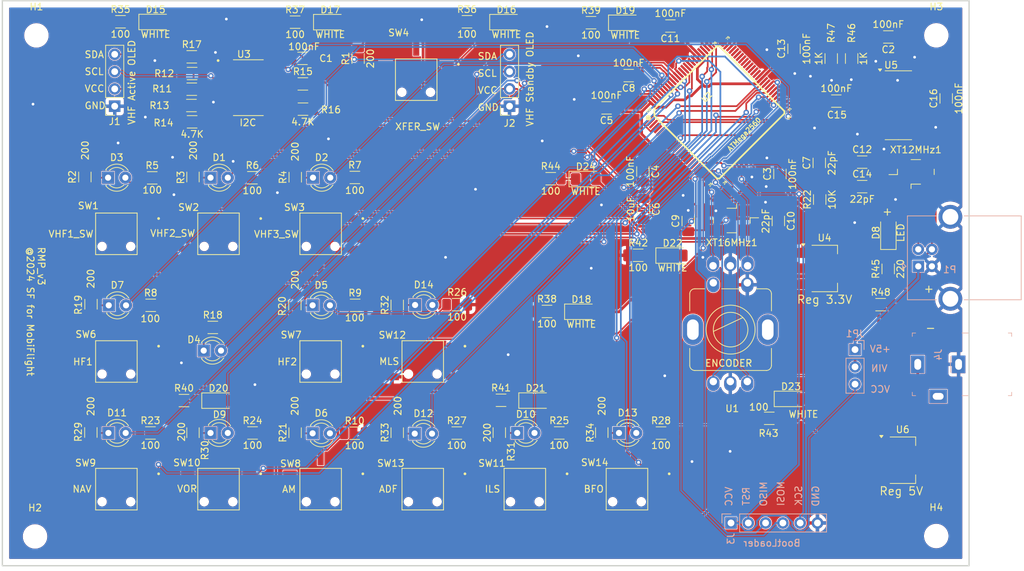
<source format=kicad_pcb>
(kicad_pcb (version 20240108) (generator "pcbnew") (generator_version "8.0")
  (layers (0 "F.Cu" signal) (31 "B.Cu" signal) (34 "B.Paste" user) (35 "F.Paste" user) (36 "B.SilkS" user "B.Silkscreen") (37 "F.SilkS" user "F.Silkscreen") (38 "B.Mask" user) (39 "F.Mask" user) (44 "Edge.Cuts" user))
  (net 0 "")
  (net 1 "GND")
  (net 2 "+3V3")
  (net 3 "VHF2_LED")
  (net 4 "Net-(D1-K)")
  (net 5 "Net-(D2-K)")
  (net 6 "VHF3_LED")
  (net 7 "Net-(D3-K)")
  (net 8 "VHF1_LED")
  (net 9 "Net-(D4-K)")
  (net 10 "SEL_LED")
  (net 11 "HF2_LED")
  (net 12 "Net-(D5-K)")
  (net 13 "AM_LED")
  (net 14 "Net-(D6-K)")
  (net 15 "Net-(D7-K)")
  (net 16 "HF1_LED")
  (net 17 "BACK_LED")
  (net 18 "Net-(D9-K)")
  (net 19 "VOR_LED")
  (net 20 "Net-(D10-K)")
  (net 21 "ILS_LED")
  (net 22 "NAV_LED")
  (net 23 "Net-(D11-K)")
  (net 24 "ADF_LED")
  (net 25 "Net-(D12-K)")
  (net 26 "BFO_LED")
  (net 27 "Net-(D13-K)")
  (net 28 "Net-(D14-K)")
  (net 29 "MLS_LED")
  (net 30 "Net-(D15-K)")
  (net 31 "Net-(D16-K)")
  (net 32 "Net-(D17-K)")
  (net 33 "Net-(D18-K)")
  (net 34 "Net-(D19-K)")
  (net 35 "Net-(D20-K)")
  (net 36 "Net-(D21-K)")
  (net 37 "Net-(D22-K)")
  (net 38 "Net-(D23-K)")
  (net 39 "Net-(D24-K)")
  (net 40 "SCL0")
  (net 41 "SDA0")
  (net 42 "SCL1")
  (net 43 "SDA1")
  (net 44 "Net-(R1-Pad2)")
  (net 45 "Net-(R5-Pad1)")
  (net 46 "Net-(R6-Pad1)")
  (net 47 "Net-(R7-Pad1)")
  (net 48 "Net-(R8-Pad1)")
  (net 49 "Net-(R9-Pad1)")
  (net 50 "Net-(R10-Pad1)")
  (net 51 "SCL")
  (net 52 "SDA")
  (net 53 "Net-(U3-~{RESET})")
  (net 54 "Net-(R23-Pad1)")
  (net 55 "Net-(R24-Pad1)")
  (net 56 "Net-(R25-Pad1)")
  (net 57 "Net-(R26-Pad1)")
  (net 58 "Net-(R27-Pad1)")
  (net 59 "Net-(R28-Pad1)")
  (net 61 "VHF1")
  (net 63 "VHF2")
  (net 64 "VHF3")
  (net 66 "XFER_BTN")
  (net 69 "HF1")
  (net 70 "HF2")
  (net 73 "AM")
  (net 74 "NAV")
  (net 77 "VOR")
  (net 78 "ILS")
  (net 81 "MLS")
  (net 83 "ADF")
  (net 84 "BFO")
  (net 86 "RADIO_MHZ_LEFT")
  (net 87 "RADIO_MHZ_RIGHT")
  (net 88 "RADIO_KHZ_LEFT")
  (net 89 "RADIO_KHZ_RIGHT")
  (net 105 "VIN")
  (net 106 "RESET")
  (net 107 "Net-(U2-AREF)")
  (net 108 "Net-(U2-XTAL2)")
  (net 109 "Net-(U2-XTAL1)")
  (net 110 "Net-(U5-XI)")
  (net 111 "Net-(U5-XO)")
  (net 112 "Net-(U5-V3)")
  (net 113 "Net-(U5-~{DTR})")
  (net 114 "Net-(D8-K)")
  (net 115 "SCK")
  (net 116 "MOSI")
  (net 117 "VCC")
  (net 118 "MISO")
  (net 119 "+5V")
  (net 120 "UD+")
  (net 121 "UD-")
  (net 123 "RXD")
  (net 124 "Net-(U5-TXD)")
  (net 125 "TXD")
  (net 126 "Net-(U5-RXD)")
  (net 179 "+9V")
  (footprint "Resistor_SMD:R_1206_3216Metric_Pad1.30x1.75mm_HandSolder" (layer "F.Cu") (at 85.8 60.65)
    (property "Reference" "R26")
    (property "Value" "100")
  )
  (footprint "LED_THT:LED_D3.0mm_FlatTop" (layer "F.Cu") (at 48.575 67.4)
    (property "Reference" "D4")
    (property "Value" "EMERALD")
  )
  (footprint "MountingHole:MountingHole_3.2mm_M3" (layer "F.Cu") (at 156.19 21.09)
    (property "Reference" "H3")
    (property "Value" "MountingHole")
  )
  (footprint "Resistor_SMD:R_1206_3216Metric_Pad1.30x1.75mm_HandSolder" (layer "F.Cu") (at 143.75 24.5 -90)
    (property "Reference" "R46")
    (property "Value" "1K")
  )
  (footprint "Capacitor_SMD:C_1206_3216Metric_Pad1.33x1.80mm_HandSolder" (layer "F.Cu") (at 141.5 30.75 180)
    (property "Reference" "C15")
    (property "Value" "100nF")
  )
  (footprint "Capacitor_SMD:C_1206_3216Metric_Pad1.33x1.80mm_HandSolder" (layer "F.Cu") (at 145.3 39.71)
    (property "Reference" "C12")
    (property "Value" "22pF")
  )
  (footprint "Resistor_SMD:R_1206_3216Metric_Pad1.30x1.75mm_HandSolder" (layer "F.Cu") (at 46.87 26.7 180)
    (property "Reference" "R12")
    (property "Value" "4.7K")
  )
  (footprint "Capacitor_SMD:C_1206_3216Metric_Pad1.33x1.80mm_HandSolder" (layer "F.Cu") (at 111 27 180)
    (property "Reference" "C8")
    (property "Value" "100nF")
  )
  (footprint "Package_TO_SOT_SMD:SOT-223-3_TabPin2" (layer "F.Cu") (at 139.77 55.34)
    (property "Reference" "U4")
    (property "Value" "AMS1117-3.3")
  )
  (footprint "Resistor_SMD:R_1206_3216Metric_Pad1.30x1.75mm_HandSolder" (layer "F.Cu") (at 112.4 53.4)
    (property "Reference" "R42")
    (property "Value" "100")
  )
  (footprint "Resistor_SMD:R_1206_3216Metric_Pad1.30x1.75mm_HandSolder" (layer "F.Cu") (at 105.4625 19.23)
    (property "Reference" "R39")
    (property "Value" "100")
  )
  (footprint "Resistor_SMD:R_1206_3216Metric_Pad1.30x1.75mm_HandSolder" (layer "F.Cu") (at 107.05 79.45 -90)
    (property "Reference" "R34")
    (property "Value" "200")
  )
  (footprint "Capacitor_SMD:C_1206_3216Metric_Pad1.33x1.80mm_HandSolder" (layer "F.Cu") (at 139 39.83 90)
    (property "Reference" "C7")
    (property "Value" "22pF")
  )
  (footprint "LED_SMD:LED_1206_3216Metric_Pad1.42x1.75mm_HandSolder" (layer "F.Cu") (at 97.3175 74.74)
    (property "Reference" "D21")
    (property "Value" "WHITE")
  )
  (footprint "Resistor_SMD:R_1206_3216Metric_Pad1.30x1.75mm_HandSolder" (layer "F.Cu") (at 140.75 24.5 -90)
    (property "Reference" "R47")
    (property "Value" "1K")
  )
  (footprint "LED_SMD:LED_1206_3216Metric_Pad1.42x1.75mm_HandSolder" (layer "F.Cu") (at 67.17 19.15)
    (property "Reference" "D17")
    (property "Value" "WHITE")
  )
  (footprint "Capacitor_SMD:C_1206_3216Metric_Pad1.33x1.80mm_HandSolder" (layer "F.Cu") (at 132.99 48.36 -90)
    (property "Reference" "C10")
    (property "Value" "22pF")
  )
  (footprint "Resistor_SMD:R_1206_3216Metric_Pad1.30x1.75mm_HandSolder" (layer "F.Cu") (at 49.91 64)
    (property "Reference" "R18")
    (property "Value" "200")
  )
  (footprint "Resistor_SMD:R_1206_3216Metric_Pad1.30x1.75mm_HandSolder" (layer "F.Cu") (at 70.82 60.75)
    (property "Reference" "R9")
    (property "Value" "100")
  )
  (footprint "LED_SMD:LED_1206_3216Metric_Pad1.42x1.75mm_HandSolder" (layer "F.Cu") (at 93.0475 19.15)
    (property "Reference" "D16")
    (property "Value" "WHITE")
  )
  (footprint "SimPanel:EC11EBB24C03" (layer "F.Cu") (at 123.43 71.94)
    (property "Reference" "U1")
    (property "Value" "ENCODER")
  )
  (footprint "Resistor_SMD:R_1206_3216Metric_Pad1.30x1.75mm_HandSolder" (layer "F.Cu") (at 131.65 77.35)
    (property "Reference" "R43")
    (property "Value" "100")
  )
  (footprint "SimPanel:SW_TL3240F260R" (layer "F.Cu") (at 50.75 87.75)
    (property "Reference" "SW10")
    (property "Value" "VOR")
  )
  (footprint "Resistor_SMD:R_1206_3216Metric_Pad1.30x1.75mm_HandSolder" (layer "F.Cu") (at 148.01 60.65)
    (property "Reference" "R48")
    (property "Value" "1.5K")
  )
  (footprint "LED_SMD:LED_1206_3216Metric_Pad1.42x1.75mm_HandSolder" (layer "F.Cu") (at 134.84 74.5)
    (property "Reference" "D23")
    (property "Value" "WHITE")
  )
  (footprint "Capacitor_SMD:C_1206_3216Metric_Pad1.33x1.80mm_HandSolder" (layer "F.Cu") (at 119.75 48.3675 90)
    (property "Reference" "C9")
    (property "Value" "22pF")
  )
  (footprint "Resistor_SMD:R_1206_3216Metric_Pad1.30x1.75mm_HandSolder" (layer "F.Cu") (at 40.79 60.75)
    (property "Reference" "R8")
    (property "Value" "100")
  )
  (footprint "LED_THT:LED_D3.0mm_FlatTop" (layer "F.Cu") (at 64.625 42)
    (property "Reference" "D2")
    (property "Value" "EMERALD")
  )
  (footprint "Capacitor_SMD:C_1206_3216Metric_Pad1.33x1.80mm_HandSolder" (layer "F.Cu") (at 133.22 41.45 90)
    (property "Reference" "C3")
    (property "Value" "100nF")
  )
  (footprint "Resistor_SMD:R_1206_3216Metric_Pad1.30x1.75mm_HandSolder" (layer "F.Cu") (at 149.12 55.4 90)
    (property "Reference" "R45")
    (property "Value" "220")
  )
  (footprint "LED_SMD:LED_1206_3216Metric_Pad1.42x1.75mm_HandSolder" (layer "F.Cu") (at 50.75 74.75)
    (property "Reference" "D20")
    (property "Value" "WHITE")
  )
  (footprint "Resistor_SMD:R_1206_3216Metric_Pad1.30x1.75mm_HandSolder" (layer "F.Cu") (at 115.75 79.51)
    (property "Reference" "R28")
    (property "Value" "100")
  )
  (footprint "LED_THT:LED_D3.0mm_FlatTop" (layer "F.Cu") (at 64.575 79.55)
    (property "Reference" "D6")
    (property "Value" "EMERALD")
  )
  (footprint "Capacitor_SMD:C_1206_3216Metric_Pad1.33x1.80mm_HandSolder" (layer "F.Cu") (at 63.09 24.48)
    (property "Reference" "C1")
    (property "Value" "100nF")
  )
  (footprint "LED_THT:LED_D3.0mm_FlatTop" (layer "F.Cu") (at 79.575 79.6)
    (property "Reference" "D12")
    (property "Value" "EMERALD")
  )
  (footprint "Capacitor_SMD:C_1206_3216Metric_Pad1.33x1.80mm_HandSolder" (layer "F.Cu") (at 107.75 31.75 180)
    (property "Reference" "C5")
    (property "Value" "100nF")
  )
  (footprint "MountingHole:MountingHole_3.2mm_M3" (layer "F.Cu") (at 156.18 94.64)
    (property "Reference" "H4")
    (property "Value" "MountingHole")
  )
  (footprint "Resistor_SMD:R_1206_3216Metric_Pad1.30x1.75mm_HandSolder" (layer "F.Cu") (at 100.8 79.5)
    (property "Reference" "R25")
    (property "Value" "100")
  )
  (footprint "Resistor_SMD:R_1206_3216Metric_Pad1.30x1.75mm_HandSolder" (layer "F.Cu") (at 31.12 41.9 -90)
    (property "Reference" "R2")
    (property "Value" "200")
  )
  (footprint "Capacitor_SMD:C_1206_3216Metric_Pad1.33x1.80mm_HandSolder" (layer "F.Cu") (at 113.18 46.61 -90)
    (property "Reference" "C6")
    (property "Value" "10uF")
  )
  (footprint "SimPanel:SW_TL3240F260R" (layer "F.Cu") (at 79.7875 27.6)
    (property "Reference" "SW4")
    (property "Value" "XFER_SW")
  )
  (footprint "Resistor_SMD:R_1206_3216Metric_Pad1.30x1.75mm_HandSolder" (layer "F.Cu") (at 77 79.46 -90)
    (property "Reference" "R33")
    (property "Value" "200")
  )
  (footprint "Package_TO_SOT_SMD:SOT-223-3_TabPin2" (layer "F.Cu") (at 151.25 83.5)
    (property "Reference" "U6")
    (property "Value" "AMS1117-5.0")
  )
  (footprint "Resistor_SMD:R_1206_3216Metric_Pad1.30x1.75mm_HandSolder" (layer "F.Cu") (at 70.78 41.97)
    (property "Reference" "R7")
    (property "Value" "100")
  )
  (footprint "SimPanel:SW_TL3240F260R" (layer "F.Cu") (at 80.75 87.75)
    (property "Reference" "SW13")
    (property "Value" "ADF")
  )
  (footprint "Resistor_SMD:R_1206_3216Metric_Pad1.30x1.75mm_HandSolder" (layer "F.Cu") (at 92 79.45 -90)
    (property "Reference" "R31")
    (property "Value" "200")
  )
  (footprint "LED_THT:LED_D3.0mm_FlatTop" (layer "F.Cu") (at 109.575 79.5)
    (property "Reference" "D13")
    (property "Value" "EMERALD")
  )
  (footprint "LED_SMD:LED_1206_3216Metric_Pad1.42x1.75mm_HandSolder" (layer "F.Cu") (at 110.5 19.25)
    (property "Reference" "D19")
    (property "Value" "WHITE")
  )
  (footprint "LED_THT:LED_D3.0mm_FlatTop" (layer "F.Cu") (at 49.575 42)
    (property "Reference" "D1")
    (property "Value" "EMERALD")
  )
  (footprint "Resistor_SMD:R_1206_3216Metric_Pad1.30x1.75mm_HandSolder" (layer "F.Cu") (at 139.06 45.21 90)
    (property "Reference" "R22")
    (property "Value" "10K")
  )
  (footprint "Crystal:Crystal_SMD_EuroQuartz_MJ-4Pin_5.0x3.2mm_HandSoldering" (layer "F.Cu") (at 126.14 48.29 180)
    (property "Reference" "XT16MHz1")
    (property "Value" "16MHz")
  )
  (footprint "SimPanel:SW_TL3240F260R" (layer "F.Cu") (at 35.75 50.25)
    (property "Reference" "SW1")
    (property "Value" "VHF1_SW")
  )
  (footprint "Resistor_SMD:R_1206_3216Metric_Pad1.30x1.75mm_HandSolder" (layer "F.Cu") (at 46.82 24.25)
    (property "Reference" "R17")
    (property "Value" "10K")
  )
  (footprint "SimPanel:SW_TL3240F260R" (layer "F.Cu") (at 65.75 50.25)
    (property "Reference" "SW3")
    (property "Value" "VHF3_SW")
  )
  (footprint "MountingHole:MountingHole_3.2mm_M3" (layer "F.Cu") (at 23.8 94.7)
    (property "Reference" "H2")
    (property "Value" "MountingHole")
  )
  (footprint "Resistor_SMD:R_1206_3216Metric_Pad1.30x1.75mm_HandSolder" (layer "F.Cu") (at 77 60.7 -90)
    (property "Reference" "R32")
    (property "Value" "200")
  )
  (footprint "LED_SMD:LED_1206_3216Metric_Pad1.42x1.75mm_HandSolder" (layer "F.Cu") (at 104.7 42.2)
    (property "Reference" "D24")
    (property "Value" "WHITE")
  )
  (footprint "Resistor_SMD:R_1206_3216Metric_Pad1.30x1.75mm_HandSolder" (layer "F.Cu") (at 41.01 42.03)
    (property "Reference" "R5")
    (property "Value" "100")
  )
  (footprint "LED_SMD:LED_1206_3216Metric_Pad1.42x1.75mm_HandSolder" (layer "F.Cu") (at 149.15 50.0875 90)
    (property "Reference" "D8")
    (property "Value" "LED")
  )
  (footprint "SimPanel:SW_TL3240F260R" (layer "F.Cu") (at 50.75 50.25)
    (property "Reference" "SW2")
    (property "Value" "VHF2_SW")
  )
  (footprint "Package_SO:SOIC-16_3.9x9.9mm_P1.27mm" (layer "F.Cu") (at 150.62 31.36)
    (property "Reference" "U5")
    (property "Value" "CH340G")
  )
  (footprint "LED_THT:LED_D3.0mm_FlatTop" (layer "F.Cu") (at 34.575 79.5)
    (property "Reference" "D11")
    (property "Value" "EMERALD")
  )
  (footprint "Connector_PinSocket_2.54mm:PinSocket_1x04_P2.54mm_Vertical" (layer "F.Cu") (at 35.5 31.5 180)
    (property "Reference" "J1")
    (property "Value" "VHF Active OLED")
  )
  (footprint "LED_THT:LED_D3.0mm_FlatTop" (layer "F.Cu") (at 34.625 60.75)
    (property "Reference" "D7")
    (property "Value" "EMERALD")
  )
  (footprint "Resistor_SMD:R_1206_3216Metric_Pad1.30x1.75mm_HandSolder" (layer "F.Cu") (at 63.16 31.93 180)
    (property "Reference" "R16")
    (property "Value" "4.7K")
  )
  (footprint "Resistor_SMD:R_1206_3216Metric_Pad1.30x1.75mm_HandSolder" (layer "F.Cu") (at 45.68 74.74)
    (property "Reference" "R40")
    (property "Value" "100")
  )
  (footprint "Resistor_SMD:R_1206_3216Metric_Pad1.30x1.75mm_HandSolder" (layer "F.Cu") (at 71.25 24.5 90)
    (property "Reference" "R1")
    (property "Value" "200")
  )
  (footprint "Capacitor_SMD:C_1206_3216Metric_Pad1.33x1.80mm_HandSolder" (layer "F.Cu") (at 149.14 21.33 180)
    (property "Reference" "C2")
    (property "Value" "100nF")
  )
  (footprint "SFLibrary:SOP65P640X120-24N" (layer "F.Cu") (at 55.13 28.78)
    (property "Reference" "U3")
    (property "Value" "PCA9548APW")
  )
  (footprint "Resistor_SMD:R_1206_3216Metric_Pad1.30x1.75mm_HandSolder" (layer "F.Cu") (at 85.75 79.51)
    (property "Reference" "R27")
    (property "Value" "100")
  )
  (footprint "LED_THT:LED_D3.0mm_FlatTop" (layer "F.Cu") (at 49.575 79.5)
    (property "Reference" "D9")
    (property "Value" "EMERALD")
  )
  (footprint "LED_SMD:LED_1206_3216Metric_Pad1.42x1.75mm_HandSolder" (layer "F.Cu") (at 41.5075 19.13)
    (property "Reference" "D15")
    (property "Value" "WHITE")
  )
  (footprint "Resistor_SMD:R_1206_3216Metric_Pad1.30x1.75mm_HandSolder" (layer "F.Cu") (at 99 61.65)
    (property "Reference" "R38")
    (property "Value" "100")
  )
  (footprint "SimPanel:SW_TL3240F260R" (layer "F.Cu") (at 65.75 69)
    (property "Reference" "SW7")
    (property "Value" "HF2")
  )
  (footprint "Resistor_SMD:R_1206_3216Metric_Pad1.30x1.75mm_HandSolder" (layer "F.Cu") (at 62 19.15)
    (property "Reference" "R37")
    (property "Value" "100")
  )
  (footprint "Resistor_SMD:R_1206_3216Metric_Pad1.30x1.75mm_HandSolder" (layer "F.Cu") (at 46.77 31.4 180)
    (property "Reference" "R13")
    (property "Value" "4.7K")
  )
  (footprint "Resistor_SMD:R_1206_3216Metric_Pad1.30x1.75mm_HandSolder" (layer "F.Cu") (at 47 79.46 -90)
    (property "Reference" "R30")
    (property "Value" "200")
  )
  (footprint "Resistor_SMD:R_1206_3216Metric_Pad1.30x1.75mm_HandSolder" (layer "F.Cu") (at 40.75 79.5)
    (property "Reference" "R23")
    (property "Value" "100")
  )
  (footprint "LED_SMD:LED_1206_3216Metric_Pad1.42x1.75mm_HandSolder" (layer "F.Cu") (at 117.45 53.44)
    (property "Reference" "D22")
    (property "Value" "WHITE")
  )
  (footprint "Resistor_SMD:R_1206_3216Metric_Pad1.30x1.75mm_HandSolder" (layer "F.Cu") (at 55.73 42.01)
    (property "Reference" "R6")
    (property "Value" "100")
  )
  (footprint "Resistor_SMD:R_1206_3216Metric_Pad1.30x1.75mm_HandSolder" (layer "F.Cu") (at 92.25 74.7)
    (property "Reference" "R41")
    (property "Value" "100")
  )
  (footprint "Resistor_SMD:R_1206_3216Metric_Pad1.30x1.75mm_HandSolder" (layer "F.Cu") (at 62.02 41.93 -90)
    (property "Reference" "R4")
    (property "Value" "200")
  )
  (footprint "LED_THT:LED_D3.0mm_FlatTop" (layer "F.Cu") (at 64.575 60.75)
    (property "Reference" "D5")
    (property "Value" "EMERALD")
  )
  (footprint "SFLibrary:TQFP100-0.5-14X14MM" (layer "F.Cu") (at 124.15 32.4 45)
    (property "Reference" "U2")
    (property "Value" "ATMega2560")
  )
  (footprint "Resistor_SMD:R_1206_3216Metric_Pad1.30x1.75mm_HandSolder" (layer "F.Cu") (at 46.87 33.8)
    (property "Reference" "R14")
    (property "Value" "4.7K")
  )
  (footprint "Capacitor_SMD:C_1206_3216Metric_Pad1.33x1.80mm_HandSolder" (layer "F.Cu") (at 157.64 30.36 90)
    (property "Reference" "C16")
    (property "Value" "100nF")
  )
  (footprint "Resistor_SMD:R_1206_3216Metric_Pad1.30x1.75mm_HandSolder" (layer "F.Cu") (at 99.55 42.15)
    (property "Reference" "R44")
    (property "Value" "100")
  )
  (footprint "SimPanel:SW_TL3240F260R" (layer "F.Cu") (at 110.75 87.75)
    (property "Reference" "SW14")
    (property "Value" "BFO")
  )
  (footprint "Resistor_SMD:R_1206_3216Metric_Pad1.30x1.75mm_HandSolder" (layer "F.Cu") (at 70.75 79.54)
    (property "Reference" "R10")
    (property "Value" "100")
  )
  (footprint "LED_THT:LED_D3.0mm_FlatTop" (layer "F.Cu") (at 34.525 42)
    (property "Reference" "D3")
    (property "Value" "EMERALD")
  )
  (footprint "SimPanel:SW_TL3240F260R" (layer "F.Cu") (at 35.75 87.75)
    (property "Reference" "SW9")
    (property "Value" "NAV")
  )
  (footprint "Connector_PinSocket_2.54mm:PinSocket_1x04_P2.54mm_Vertical" (layer "F.Cu") (at 93.5 31.5 180)
    (property "Reference" "J2")
    (property "Value" "VHF Standby OLED")
  )
  (footprint "Resistor_SMD:R_1206_3216Metric_Pad1.30x1.75mm_HandSolder" (layer "F.Cu") (at 47 41.9 -90)
    (property "Reference" "R3")
    (property "Value" "200")
  )
  (footprint "Resistor_SMD:R_1206_3216Metric_Pad1.30x1.75mm_HandSolder" (layer "F.Cu") (at 87.25 19.1)
    (property "Reference" "R36")
    (property "Value" "100")
  )
  (footprint "LED_SMD:LED_1206_3216Metric_Pad1.42x1.75mm_HandSolder" (layer "F.Cu") (at 104.05 61.7)
    (property "Reference" "D18")
    (property "Value" "WHITE")
  )
  (footprint "MountingHole:MountingHole_3.2mm_M3" (layer "F.Cu") (at 24 21.1)
    (property "Reference" "H1")
    (property "Value" "MountingHole")
  )
  (footprint "SimPanel:SW_TL3240F260R" (layer "F.Cu") (at 35.75 69)
    (property "Reference" "SW6")
    (property "Value" "HF1")
  )
  (footprint "LED_THT:LED_D3.0mm_FlatTop" (layer "F.Cu") (at 94.625 79.5)
    (property "Reference" "D10")
    (property "Value" "EMERALD")
  )
  (footprint "SimPanel:SW_TL3240F260R" (layer "F.Cu") (at 95.75 87.75)
    (property "Reference" "SW11")
    (property "Value" "ILS")
  )
  (footprint "Resistor_SMD:R_1206_3216Metric_Pad1.30x1.75mm_HandSolder" (layer "F.Cu") (at 46.82 29)
    (property "Reference" "R11")
    (property "Value" "4.7K")
  )
  (footprint "SimPanel:SW_TL3240F260R" (layer "F.Cu") (at 65.75 87.75)
    (property "Reference" "SW8")
    (property "Value" "AM")
  )
  (footprint "Resistor_SMD:R_1206_3216Metric_Pad1.30x1.75mm_HandSolder" (layer "F.Cu") (at 32.02 60.59 -90)
    (property "Reference" "R19")
    (property "Value" "200")
  )
  (footprint "Capacitor_SMD:C_1206_3216Metric_Pad1.33x1.80mm_HandSolder" (layer "F.Cu") (at 145.3 43.31)
    (property "Reference" "C14")
    (property "Value" "22pF")
  )
  (footprint "Capacitor_SMD:C_1206_3216Metric_Pad1.33x1.80mm_HandSolder" (layer "F.Cu") (at 113.09 41.09 -90)
    (property "Reference" "C4")
    (property "Value" "100nF")
  )
  (footprint "Resistor_SMD:R_1206_3216Metric_Pad1.30x1.75mm_HandSolder" (layer "F.Cu") (at 55.75 79.5)
    (property "Reference" "R24")
    (property "Value" "100")
  )
  (footprint "LED_THT:LED_D3.0mm_FlatTop" (layer "F.Cu") (at 79.625 60.7)
    (property "Reference" "D14")
    (property "Value" "EMERALD")
  )
  (footprint "Resistor_SMD:R_1206_3216Metric_Pad1.30x1.75mm_HandSolder" (layer "F.Cu") (at 32 79.43 -90)
    (property "Reference" "R29")
    (property "Value" "200")
  )
  (footprint "Capacitor_SMD:C_1206_3216Metric_Pad1.33x1.80mm_HandSolder" (layer "F.Cu") (at 135.29 23.06 90)
    (property "Reference" "C13")
    (property "Value" "100nF")
  )
  (footprint "Resistor_SMD:R_1206_3216Metric_Pad1.30x1.75mm_HandSolder" (layer "F.Cu") (at 63.14 28.23)
    (property "Reference" "R15")
    (property "Value" "4.7K")
  )
  (footprint "Resistor_SMD:R_1206_3216Metric_Pad1.30x1.75mm_HandSolder" (layer "F.Cu") (at 36.35 19.1)
    (property "Reference" "R35")
    (property "Value" "100")
  )
  (footprint "Resistor_SMD:R_1206_3216Metric_Pad1.30x1.75mm_HandSolder" (layer "F.Cu") (at 61.97 60.7 -90)
    (property "Reference" "R20")
    (property "Value" "200")
  )
  (footprint "Crystal:Crystal_SMD_EuroQuartz_MJ-4Pin_5.0x3.2mm_HandSoldering" (layer "F.Cu") (at 153.18 41.15)
    (property "Reference" "XT12MHz1")
    (property "Value" "12MHz")
  )
  (footprint "SimPanel:SW_TL3240F260R" (layer "F.Cu") (at 80.75 69)
    (property "Reference" "SW12")
    (property "Value" "MLS")
  )
  (footprint "Capacitor_SMD:C_1206_3216Metric_Pad1.33x1.80mm_HandSolder" (layer "F.Cu") (at 117.13 19.72 180)
    (property "Reference" "C11")
    (property "Value" "100nF")
  )
  (footprint "Resistor_SMD:R_1206_3216Metric_Pad1.30x1.75mm_HandSolder" (layer "F.Cu") (at 62 79.46 -90)
    (property "Reference" "R21")
    (property "Value" "200")
  )
  (footprint "Connector_PinHeader_2.54mm:PinHeader_1x06_P2.54mm_Vertical" (layer "B.Cu") (at 126.03 92.72 -90)
    (property "Reference" "J3")
    (property "Value" "BootLoader")
  )
  (footprint "digikey-footprints:Barrel_Jack_5.5mmODx2.1mmID_PJ-102A" (layer "B.Cu") (at 156.46 69.42 90)
    (property "Reference" "J4")
    (property "Value" "PJ-102A")
  )
  (footprint "Connector_USB:USB_B_OST_USB-B1HSxx_Horizontal" (layer "B.Cu") (at 153.5425 55.02)
    (property "Reference" "P1")
    (property "Value" "USB_C_Plug_USB2.0")
  )
  (footprint "Connector_PinHeader_2.54mm:PinHeader_1x03_P2.54mm_Vertical" (layer "B.Cu") (at 144.25 67.25 180)
    (property "Reference" "JP1")
    (property "Value" "Power Selector")
  )
  (gr_rect (start 19 16) (end 161 99) (stroke (width 0.2)) (fill none) (layer "Edge.Cuts"))
  (gr_text "VCC" (at 126.3 87.3 90) (layer "B.SilkS") (effects (font (size 1 1)) (justify left bottom mirror)))
  (gr_text "MOSI" (at 133.95 86.5 90) (layer "B.SilkS") (effects (font (size 1 1)) (justify left bottom mirror)))
  (gr_text "VCC" (at 149.48 73.66 -0) (layer "B.SilkS") (effects (font (size 1 1)) (justify left bottom mirror)))
  (gr_text "+5V" (at 149.58 67.74 -0) (layer "B.SilkS") (effects (font (size 1 1)) (justify left bottom mirror)))
  (gr_text "RST" (at 128.85 87.35 90) (layer "B.SilkS") (effects (font (size 1 1)) (justify left bottom mirror)))
  (gr_text "MISO" (at 131.4 86.55 90) (layer "B.SilkS") (effects (font (size 1 1)) (justify left bottom mirror)))
  (gr_text "VIN" (at 149.1 70.6 -0) (layer "B.SilkS") (effects (font (size 1 1)) (justify left bottom mirror)))
  (gr_text "SCK" (at 136.55 87.15 90) (layer "B.SilkS") (effects (font (size 1 1)) (justify left bottom mirror)))
  (gr_text "GND" (at 139.05 87.15 90) (layer "B.SilkS") (effects (font (size 1 1)) (justify left bottom mirror)))
  (gr_text "SDA" (at 88.75 24.75 0) (layer "F.SilkS") (effects (font (size 1 1)) (justify left bottom)))
  (gr_text "-" (at 154.5 64.75 0) (layer "F.SilkS") (effects (font (size 1.2 1.2)) (justify left bottom)))
  (gr_text "RMP_v3\n@2024 SF for MobiFlight" (at 22.52 52.09 270) (layer "F.SilkS") (effects (font (size 1 1)) (justify left bottom)))
  (gr_text "I2C" (at 53.75 34.5 0) (layer "F.SilkS") (effects (font (size 1 1)) (justify left bottom)))
  (gr_text "VCC" (at 31 29.5 0) (layer "F.SilkS") (effects (font (size 1 1)) (justify left bottom)))
  (gr_text "GND" (at 88.75 32.25 0) (layer "F.SilkS") (effects (font (size 1 1)) (justify left bottom)))
  (gr_text "SCL" (at 88.75 27.25 0) (layer "F.SilkS") (effects (font (size 1 1)) (justify left bottom)))
  (gr_text "+" (at 148.16 47.66 0) (layer "F.SilkS") (effects (font (size 1.2 1.2)) (justify left bottom)))
  (gr_text "SDA" (at 31 24.5 0) (layer "F.SilkS") (effects (font (size 1 1)) (justify left bottom)))
  (gr_text "SCL" (at 31 27 0) (layer "F.SilkS") (effects (font (size 1 1)) (justify left bottom)))
  (gr_text "Reg 3.3V" (at 135.63 60.61 0) (layer "F.SilkS") (effects (font (size 1.2 1.2)) (justify left bottom)))
  (gr_text "GND" (at 31 32 0) (layer "F.SilkS") (effects (font (size 1 1)) (justify left bottom)))
  (gr_text "Reg 5V" (at 147.75 88.75 0) (layer "F.SilkS") (effects (font (size 1.2 1.2)) (justify left bottom)))
  (gr_text "VCC" (at 88.75 29.75 0) (layer "F.SilkS") (effects (font (size 1 1)) (justify left bottom)))
  (gr_text "+" (at 154.25 59 0) (layer "F.SilkS") (effects (font (size 1.2 1.2)) (justify left bottom)))
  (segment (start 114.604058 30.632233) (end 114.053537 30.081712) (width 0.3) (layer "F.Cu") (net 1))
  (segment (start 114.053537 30.081712) (end 112.519212 30.081712) (width 0.3) (layer "F.Cu") (net 1))
  (segment (start 112.519212 30.081712) (end 109.4375 27) (width 0.3) (layer "F.Cu") (net 1))
  (via (at 56.1 72.4) (size 0.8) (drill 0.4) (layers "F.Cu" "B.Cu") (net 1))
  (via (at 84.1 53.7) (size 0.8) (drill 0.4) (layers "F.Cu" "B.Cu") (net 1))
  (via (at 99 19.8) (size 0.8) (drill 0.4) (layers "F.Cu" "B.Cu") (net 1))
  (via (at 103.6 24.1) (size 0.8) (drill 0.4) (layers "F.Cu" "B.Cu") (net 1))
  (via (at 50 30.9) (size 0.8) (drill 0.4) (layers "F.Cu" "B.Cu") (net 1))
  (via (at 150.2 45.2) (size 0.8) (drill 0.4) (layers "F.Cu" "B.Cu") (net 1))
  (via (at 45.3 69.2) (size 0.8) (drill 0.4) (layers "F.Cu" "B.Cu") (net 1))
  (via (at 143.7 27.6) (size 0.8) (drill 0.4) (layers "F.Cu" "B.Cu") (net 1))
  (via (at 36 36.9) (size 0.8) (drill 0.4) (layers "F.Cu" "B.Cu") (net 1))
  (via (at 41.4 24.8) (size 0.8) (drill 0.4) (layers "F.Cu" "B.Cu") (net 1))
  (via (at 150.5 27.7) (size 0.8) (drill 0.4) (layers "F.Cu" "B.Cu") (net 1))
  (via (at 140.8 27.7) (size 0.8) (drill 0.4) (layers "F.Cu" "B.Cu") (net 1))
  (via (at 105.5 55.3) (size 0.8) (drill 0.4) (layers "F.Cu" "B.Cu") (net 1))
  (via (at 44 39) (size 0.8) (drill 0.4) (layers "F.Cu" "B.Cu") (net 1))
  (via (at 123.815 46.865) (size 0.8) (drill 0.4) (layers "F.Cu" "B.Cu") (net 1))
  (via (at 40 33.1) (size 0.8) (drill 0.4) (layers "F.Cu" "B.Cu") (net 1))
  (via (at 119 44.6) (size 0.8) (drill 0.4) (layers "F.Cu" "B.Cu") (net 1))
  (via (at 120.3 83.7) (size 0.8) (drill 0.4) (layers "F.Cu" "B.Cu") (net 1))
  (via (at 144.6 35.6) (size 0.8) (drill 0.4) (layers "F.Cu" "B.Cu") (net 1))
  (via (at 131.3 23.2) (size 0.8) (drill 0.4) (layers "F.Cu" "B.Cu") (net 1))
  (via (at 103 30.5) (size 0.8) (drill 0.4) (layers "F.Cu" "B.Cu") (net 1))
  (via (at 23.5 31.2) (size 0.8) (drill 0.4) (layers "F.Cu" "B.Cu") (net 1))
  (via (at 131.2 43.3) (size 0.8) (drill 0.4) (layers "F.Cu" "B.Cu") (net 1))
  (via (at 131.3 39.1) (size 0.8) (drill 0.4) (layers "F.Cu" "B.Cu") (net 1))
  (via (at 66.9 36.3) (size 0.8) (drill 0.4) (layers "F.Cu" "B.Cu") (net 1))
  (via (at 52.9 39.6) (size 0.8) (drill 0.4) (layers "F.Cu" "B.Cu") (net 1))
  (via (at 138.3 34.7) (size 0.8) (drill 0.4) (layers "F.Cu" "B.Cu") (net 1))
  (via (at 88.5 43.7) (size 0.8) (drill 0.4) (layers "F.Cu" "B.Cu") (net 1))
  (via (at 51.9 18.7) (size 0.8) (drill 0.4) (layers "F.Cu" "B.Cu") (net 1))
  (via (at 44.2 44.5) (size 0.8) (drill 0.4) (layers "F.Cu" "B.Cu") (net 1))
  (via (at 125.9 82.2) (size 0.8) (drill 0.4) (layers "F.Cu" "B.Cu") (net 1))
  (via (at 144.2 48.6) (size 0.8) (drill 0.4) (layers "F.Cu" "B.Cu") (net 1))
  (via (at 116.3 71.1) (size 0.8) (drill 0.4) (layers "F.Cu" "B.Cu") (net 1))
  (via (at 107 46) (size 0.8) (drill 0.4) (layers "F.Cu" "B.Cu") (net 1))
  (via (at 129.1 41.9) (size 0.8) (drill 0.4) (layers "F.Cu" "B.Cu") (net 1))
  (via (at 50.3 23.6) (size 0.8) (drill 0.4) (layers "F.Cu" "B.Cu") (net 1))
  (via (at 153 24.3) (size 0.8) (drill 0.4) (layers "F.Cu" "B.Cu") (net 1))
  (via (at 135.4 26.7) (size 0.8) (drill 0.4) (layers "F.Cu" "B.Cu") (net 1))
  (via (at 148.5 37.8) (size 0.8) (drill 0.4) (layers "F.Cu" "B.Cu") (net 1))
  (via (at 137.7 27.1) (size 0.8) (drill 0.4) (layers "F.Cu" "B.Cu") (net 1))
  (via (at 121.9 53.7) (size 0.8) (drill 0.4) (layers "F.Cu" "B.Cu") (net 1))
  (via (at 156.1 34.6) (size 0.8) (drill 0.4) (layers "F.Cu" "B.Cu") (net 1))
  (via (at 147.3 24.9) (size 0.8) (drill 0.4) (layers "F.Cu" "B.Cu") (net 1))
  (via (at 80.6 18.8) (size 0.8) (drill 0.4) (layers "F.Cu" "B.Cu") (net 1))
  (via (at 59.4 44.2) (size 0.8) (drill 0.4) (layers "F.Cu" "B.Cu") (net 1))
  (via (at 119.75 46.805) (size 0.8) (drill 0.4) (layers "F.Cu" "B.Cu") (net 1))
  (via (at 93.3 68) (size 0.8) (drill 0.4) (layers "F.Cu" "B.Cu") (net 1))
  (via (at 131.1 45.6) (size 0.8) (drill 0.4) (layers "F.Cu" "B.Cu") (net 1))
  (via (at 98.3 36.6) (size 0.8) (drill 0.4) (layers "F.Cu" "B.Cu") (net 1))
  (segment (start 61.39 25.205) (end 58 25.205) (width 0.25) (layer "F.Cu") (net 2))
  (segment (start 45.27 29) (end 45.27 26.75) (width 0.25) (layer "F.Cu") (net 2))
  (segment (start 66.461 33.681) (end 64.71 31.93) (width 0.25) (layer "F.Cu") (net 2))
  (segment (start 136.62 55.34) (end 132.7043 51.4243) (width 0.25) (layer "F.Cu") (net 2))
  (segment (start 132.7043 51.4243) (end 118.2664 51.4243) (width 0.25) (layer "F.Cu") (net 2))
  (segment (start 64.69 28.23) (end 64.69 31.91) (width 0.25) (layer "F.Cu") (net 2))
  (segment (start 45.22 30.175) (end 37.815 30.175) (width 0.25) (layer "F.Cu") (net 2))
  (segment (start 87.679 33.681) (end 66.461 33.681) (width 0.25) (layer "F.Cu") (net 2))
  (segment (start 96.9624 29.235) (end 94.875 29.235) (width 0.25) (layer "F.Cu") (net 2))
  (segment (start 45.27 30.125) (end 45.27 29) (width 0.25) (layer "F.Cu") (net 2))
  (segment (start 57.3406 25.205) (end 55.13 27.4156) (width 0.25) (layer "F.Cu") (net 2))
  (segment (start 46.4343 34.9143) (end 45.32 33.8) (width 0.25) (layer "F.Cu") (net 2))
  (segment (start 45.32 26.7) (end 45.27 26.65) (width 0.25) (layer "F.Cu") (net 2))
  (segment (start 110.9149 43.1875) (end 96.9624 29.235) (width 0.25) (layer "F.Cu") (net 2))
  (segment (start 58 25.205) (end 57.3406 25.205) (width 0.25) (layer "F.Cu") (net 2))
  (segment (start 113.3281 46.486) (end 112.8806 46.486) (width 0.25) (layer "F.Cu") (net 2))
  (segment (start 110.9149 44.5203) (end 110.9149 43.1875) (width 0.25) (layer "F.Cu") (net 2))
  (segment (start 92.4 28.96) (end 87.679 33.681) (width 0.25) (layer "F.Cu") (net 2))
  (segment (start 55.13 30.8312) (end 51.0469 34.9143) (width 0.25) (layer "F.Cu") (net 2))
  (segment (start 61.5275 25.0675) (end 61.39 25.205) (width 0.25) (layer "F.Cu") (net 2))
  (segment (start 142.92 55.34) (end 136.62 55.34) (width 0.25) (layer "F.Cu") (net 2))
  (segment (start 45.22 31.4) (end 45.22 33.7) (width 0.25) (layer "F.Cu") (net 2))
  (segment (start 112.8806 46.486) (end 110.9149 44.5203) (width 0.25) (layer "F.Cu") (net 2))
  (segment (start 92.95 28.96) (end 93.5 28.96) (width 0.25) (layer "F.Cu") (net 2))
  (segment (start 118.2664 51.4243) (end 113.3281 46.486) (width 0.25) (layer "F.Cu") (net 2))
  (segment (start 64.69 28.23) (end 61.5275 25.0675) (width 0.25) (layer "F.Cu") (net 2))
  (segment (start 93.5 28.96) (end 94.6 28.96) (width 0.25) (layer "F.Cu") (net 2))
  (segment (start 94.875 29.235) (end 94.6 28.96) (width 0.25) (layer "F.Cu") (net 2))
  (segment (start 45.22 33.7) (end 45.32 33.8) (width 0.25) (layer "F.Cu") (net 2))
  (segment (start 55.13 27.4156) (end 55.13 30.8312) (width 0.25) (layer "F.Cu") (net 2))
  (segment (start 92.95 28.96) (end 92.4 28.96) (width 0.25) (layer "F.Cu") (net 2))
  (segment (start 51.0469 34.9143) (end 46.4343 34.9143) (width 0.25) (layer "F.Cu") (net 2))
  (segment (start 45.27 26.75) (end 45.32 26.7) (width 0.25) (layer "F.Cu") (net 2))
  (segment (start 37.815 30.175) (end 36.6 28.96) (width 0.25) (layer "F.Cu") (net 2))
  (segment (start 45.27 26.65) (end 45.27 24.25) (width 0.25) (layer "F.Cu") (net 2))
  (segment (start 45.22 31.4) (end 45.22 30.175) (width 0.25) (layer "F.Cu") (net 2))
  (segment (start 45.22 30.175) (end 45.27 30.125) (width 0.25) (layer "F.Cu") (net 2))
  (segment (start 61.5275 25.0675) (end 61.5275 24.48) (width 0.25) (layer "F.Cu") (net 2))
  (segment (start 64.69 31.91) (end 64.71 31.93) (width 0.25) (layer "F.Cu") (net 2))
  (segment (start 35.5 28.96) (end 36.6 28.96) (width 0.25) (layer "F.Cu") (net 2))
  (segment (start 114.7253 28.6322) (end 114.1779 28.6322) (width 0.25) (layer "F.Cu") (net 3))
  (segment (start 55.1192 38.9958) (end 52.115 42) (width 0.25) (layer "F.Cu") (net 3))
  (segment (start 114.1779 28.6322) (end 114.1779 28.6321) (width 0.25) (layer "F.Cu") (net 3))
  (segment (start 104.9147 38.9958) (end 55.1192 38.9958) (width 0.25) (layer "F.Cu") (net 3))
  (segment (start 115.6647 29.5716) (end 114.7253 28.6322) (width 0.25) (layer "F.Cu") (net 3))
  (via (at 114.1779 28.6321) (size 0.8) (drill 0.4) (layers "F.Cu" "B.Cu") (net 3))
  (via (at 104.9147 38.9958) (size 0.8) (drill 0.4) (layers "F.Cu" "B.Cu") (net 3))
  (segment (start 114.1779 28.6321) (end 114.1779 29.7305) (width 0.25) (layer "B.Cu") (net 3))
  (segment (start 114.1779 29.7305) (end 104.9147 38.9937) (width 0.25) (layer "B.Cu") (net 3))
  (segment (start 104.9147 38.9937) (end 104.9147 38.9958) (width 0.25) (layer "B.Cu") (net 3))
  (segment (start 49.575 42) (end 48.425 42) (width 0.25) (layer "F.Cu") (net 4))
  (segment (start 48.425 42) (end 48.425 42.025) (width 0.25) (layer "F.Cu") (net 4))
  (segment (start 48.425 42.025) (end 47 43.45) (width 0.25) (layer "F.Cu") (net 4))
  (segment (start 63.475 42) (end 63.475 42.025) (width 0.25) (layer "F.Cu") (net 5))
  (segment (start 63.475 42.025) (end 62.02 43.48) (width 0.25) (layer "F.Cu") (net 5))
  (segment (start 64.625 42) (end 63.475 42) (width 0.25) (layer "F.Cu") (net 5))
  (segment (start 114.7261 27.9258) (end 116.0183 29.218) (width 0.25) (layer "F.Cu") (net 6))
  (segment (start 114.7261 27.7713) (end 114.7261 27.9258) (width 0.25) (layer "F.Cu") (net 6))
  (via (at 114.7261 27.7713) (size 0.8) (drill 0.4) (layers "F.Cu" "B.Cu") (net 6))
  (segment (start 83.8262 25.3388) (end 112.2936 25.3388) (width 0.25) (layer "B.Cu") (net 6))
  (segment (start 112.2936 25.3388) (end 114.7261 27.7713) (width 0.25) (layer "B.Cu") (net 6))
  (segment (start 67.165 42) (end 83.8262 25.3388) (width 0.25) (layer "B.Cu") (net 6))
  (segment (start 31.12 43.45) (end 31.925 43.45) (width 0.25) (layer "F.Cu") (net 7))
  (segment (start 31.925 43.45) (end 33.375 42) (width 0.25) (layer "F.Cu") (net 7))
  (segment (start 34.525 42) (end 33.375 42) (width 0.25) (layer "F.Cu") (net 7))
  (segment (start 47.0438 42.2572) (end 51.187 38.114) (width 0.25) (layer "F.Cu") (net 8))
  (segment (start 38.565 43.5) (end 42.9832 43.5) (width 0.25) (layer "F.Cu") (net 8))
  (segment (start 44.226 42.2572) (end 47.0438 42.2572) (width 0.25) (layer "F.Cu") (net 8))
  (segment (start 114.6449 29.2588) (end 113.564588 29.2588) (width 0.25) (layer "F.Cu") (net 8))
  (segment (start 113.564588 29.2588) (end 113.2875 28.981712) (width 0.25) (layer "F.Cu") (net 8))
  (segment (start 51.187 38.114) (end 102.9341 38.114) (width 0.25) (layer "F.Cu") (net 8))
  (segment (start 37.065 42) (end 38.565 43.5) (width 0.25) (layer "F.Cu") (net 8))
  (segment (start 115.3112 29.9251) (end 114.6449 29.2588) (width 0.25) (layer "F.Cu") (net 8))
  (segment (start 42.9832 43.5) (end 44.226 42.2572) (width 0.25) (layer "F.Cu") (net 8))
  (via (at 102.9341 38.114) (size 0.8) (drill 0.4) (layers "F.Cu" "B.Cu") (net 8))
  (via (at 113.2875 28.981712) (size 0.8) (drill 0.4) (layers "F.Cu" "B.Cu") (net 8))
  (segment (start 104.627 38.114) (end 113.2875 29.4535) (width 0.25) (layer "B.Cu") (net 8))
  (segment (start 102.9341 38.114) (end 104.627 38.114) (width 0.25) (layer "B.Cu") (net 8))
  (segment (start 113.2875 29.4535) (end 113.2875 28.981712) (width 0.25) (layer "B.Cu") (net 8))
  (segment (start 48.575 67.4) (end 48.575 66.25) (width 0.25) (layer "F.Cu") (net 9))
  (segment (start 48.575 66.25) (end 49.21 66.25) (width 0.25) (layer "F.Cu") (net 9))
  (segment (start 49.21 66.25) (end 51.46 64) (width 0.25) (layer "F.Cu") (net 9))
  (segment (start 116.1417 25.0988) (end 90.4069 25.0988) (width 0.25) (layer "F.Cu") (net 10))
  (segment (start 118.1396 27.0967) (end 116.1417 25.0988) (width 0.25) (layer "F.Cu") (net 10))
  (segment (start 90.4069 25.0988) (end 88.6943 26.8114) (width 0.25) (layer "F.Cu") (net 10))
  (via (at 88.6943 26.8114) (size 0.8) (drill 0.4) (layers "F.Cu" "B.Cu") (net 10))
  (segment (start 51.115 67.4) (end 88.6943 29.8207) (width 0.25) (layer "B.Cu") (net 10))
  (segment (start 88.6943 29.8207) (end 88.6943 26.8114) (width 0.25) (layer "B.Cu") (net 10))
  (segment (start 117.2667 29.8027) (end 117.2667 29.3839) (width 0.25) (layer "F.Cu") (net 11))
  (segment (start 117.2667 29.3839) (end 117.4326 29.218) (width 0.25) (layer "F.Cu") (net 11))
  (segment (start 116.7254 28.5109) (end 117.4326 29.218) (width 0.25) (layer "F.Cu") (net 11))
  (segment (start 117.208 29.8614) (end 117.2667 29.8027) (width 0.25) (layer "F.Cu") (net 11))
  (via (at 117.208 29.8614) (size 0.8) (drill 0.4) (layers "F.Cu" "B.Cu") (net 11))
  (segment (start 106.3817 40.9442) (end 117.208 30.1179) (width 0.25) (layer "B.Cu") (net 11))
  (segment (start 85.0102 61.843) (end 105.909 40.9442) (width 0.25) (layer "B.Cu") (net 11))
  (segment (start 117.208 30.1179) (end 117.208 29.8614) (width 0.25) (layer "B.Cu") (net 11))
  (segment (start 105.909 40.9442) (end 106.3817 40.9442) (width 0.25) (layer "B.Cu") (net 11))
  (segment (start 68.208 61.843) (end 85.0102 61.843) (width 0.25) (layer "B.Cu") (net 11))
  (segment (start 67.115 60.75) (end 68.208 61.843) (width 0.25) (layer "B.Cu") (net 11))
  (segment (start 63.425 60.795) (end 63.425 60.75) (width 0.25) (layer "F.Cu") (net 12))
  (segment (start 61.97 62.25) (end 63.425 60.795) (width 0.25) (layer "F.Cu") (net 12))
  (segment (start 64.575 60.75) (end 63.425 60.75) (width 0.25) (layer "F.Cu") (net 12))
  (segment (start 118.1621 29.2406) (end 118.1621 29.6869) (width 0.25) (layer "F.Cu") (net 13))
  (segment (start 117.0789 28.1574) (end 118.1621 29.2406) (width 0.25) (layer "F.Cu") (net 13))
  (via (at 118.1621 29.6869) (size 0.8) (drill 0.4) (layers "F.Cu" "B.Cu") (net 13))
  (segment (start 106.6598 41.2959) (end 118.1621 29.7936) (width 0.25) (layer "B.Cu") (net 13))
  (segment (start 67.8934 79.55) (end 106.1475 41.2959) (width 0.25) (layer "B.Cu") (net 13))
  (segment (start 118.1621 29.7936) (end 118.1621 29.6869) (width 0.25) (layer "B.Cu") (net 13))
  (segment (start 106.1475 41.2959) (end 106.6598 41.2959) (width 0.25) (layer "B.Cu") (net 13))
  (segment (start 67.115 79.55) (end 67.8934 79.55) (width 0.25) (layer "B.Cu") (net 13))
  (segment (start 63.425 79.585) (end 63.425 79.55) (width 0.25) (layer "F.Cu") (net 14))
  (segment (start 62 81.01) (end 63.425 79.585) (width 0.25) (layer "F.Cu") (net 14))
  (segment (start 64.575 79.55) (end 63.425 79.55) (width 0.25) (layer "F.Cu") (net 14))
  (segment (start 32.085 62.14) (end 33.475 60.75) (width 0.25) (layer "F.Cu") (net 15))
  (segment (start 32.02 62.14) (end 32.085 62.14) (width 0.25) (layer "F.Cu") (net 15))
  (segment (start 34.625 60.75) (end 33.475 60.75) (width 0.25) (layer "F.Cu") (net 15))
  (segment (start 115.8764 27.9455) (end 115.8764 26.9578) (width 0.25) (layer "F.Cu") (net 16))
  (segment (start 115.6646 28.1573) (end 115.8764 27.9455) (width 0.25) (layer "F.Cu") (net 16))
  (segment (start 116.3718 28.8645) (end 115.6646 28.1573) (width 0.25) (layer "F.Cu") (net 16))
  (via (at 115.8764 26.9578) (size 0.8) (drill 0.4) (layers "F.Cu" "B.Cu") (net 16))
  (segment (start 66.5966 31.3184) (end 66.5966 27.726) (width 0.25) (layer "B.Cu") (net 16))
  (segment (start 71.5193 22.8033) (end 111.7219 22.8033) (width 0.25) (layer "B.Cu") (net 16))
  (segment (start 37.165 60.75) (end 66.5966 31.3184) (width 0.25) (layer "B.Cu") (net 16))
  (segment (start 66.5966 27.726) (end 71.5193 22.8033) (width 0.25) (layer "B.Cu") (net 16))
  (segment (start 111.7219 22.8033) (end 115.8764 26.9578) (width 0.25) (layer "B.Cu") (net 16))
  (segment (start 36 62.2256) (end 36 61.282057) (width 0.4) (layer "F.Cu") (net 17))
  (segment (start 35.75 72.8375) (end 35.75 72.175) (width 0.4) (layer "F.Cu") (net 17))
  (segment (start 97.839 73.4763) (end 97.839 73.774) (width 0.4) (layer "F.Cu") (net 17))
  (segment (start 35.965 61.247057) (end 35.965 60.252943) (width 0.4) (layer "F.Cu") (net 17))
  (segment (start 59.1849 74.75) (end 59.1849 91.8394) (width 0.4) (layer "F.Cu") (net 17))
  (segment (start 142.6435 83.5) (end 148.1 83.5) (width 0.4) (layer "F.Cu") (net 17))
  (segment (start 136.3275 77.184) (end 121.924 91.5875) (width 0.4) (layer "F.Cu") (net 17))
  (segment (start 80.8 22.1894) (end 80.8 29.7625) (width 0.4) (layer "F.Cu") (net 17))
  (segment (start 35.895 56.22) (end 35.75 56.075) (width 0.4) (layer "F.Cu") (net 17))
  (segment (start 154.4 83.5) (end 148.1 83.5) (width 0.4) (layer "F.Cu") (net 17))
  (segment (start 121.924 91.5875) (end 110.75 91.5875) (width 0.4) (layer "F.Cu") (net 17))
  (segment (start 35.895 56.22) (end 50.605 56.22) (width 0.4) (layer "F.Cu") (net 17))
  (segment (start 65.75 92.25) (end 65.75 92.0843) (width 0.4) (layer "F.Cu") (net 17))
  (segment (start 97.839 73.774) (end 98.805 74.74) (width 0.4) (layer "F.Cu") (net 17))
  (segment (start 28.9 43.4) (end 28.9 28.7883) (width 0.4) (layer "F.Cu") (net 17))
  (segment (start 80.8 29.7625) (end 79.7875 30.775) (width 0.4) (layer "F.Cu") (net 17))
  (segment (start 95.75 91.5875) (end 110.75 91.5875) (width 0.4) (layer "F.Cu") (net 17))
  (segment (start 50.75 92.0447) (end 35.903 92.0447) (width 0.4) (layer "F.Cu") (net 17))
  (segment (start 95.885 17.8) (end 94.535 19.15) (width 0.4) (layer "F.Cu") (net 17))
  (segment (start 30.8 45.4) (end 30.8 45.3) (width 0.4) (layer "F.Cu") (net 17))
  (segment (start 50.75 55.4125) (end 50.75 56.075) (width 0.4) (layer "F.Cu") (net 17))
  (segment (start 34.9961 63.2295) (end 36 62.2256) (width 0.4) (layer "F.Cu") (net 17))
  (segment (start 35.75 72.175) (end 34.9961 71.4211) (width 0.4) (layer "F.Cu") (net 17))
  (segment (start 110.5375 17.8) (end 95.885 17.8) (width 0.4) (layer "F.Cu") (net 17))
  (segment (start 105.5375 61.7) (end 109.5718 61.7) (width 0.4) (layer "F.Cu") (net 17))
  (segment (start 35.75 73.5) (end 35.75 72.8375) (width 0.4) (layer "F.Cu") (net 17))
  (segment (start 80.75 73.8312) (end 80.1401 74.4411) (width 0.4) (layer "F.Cu") (net 17))
  (segment (start 50.75 92.25) (end 50.75 92.0447) (width 0.4) (layer "F.Cu") (net 17))
  (segment (start 36.2883 21.4) (end 40.725 21.4) (width 0.4) (layer "F.Cu") (net 17))
  (segment (start 31.8 45.4) (end 30.8 45.4) (width 0.4) (layer "F.Cu") (net 17))
  (segment (start 42.995 19.13) (end 44.465 20.6) (width 0.4) (layer "F.Cu") (net 17))
  (segment (start 30.8 45.3) (end 28.9 43.4) (width 0.4) (layer "F.Cu") (net 17))
  (segment (start 59.1849 91.8394) (end 59.2642 91.9187) (width 0.4) (layer "F.Cu") (net 17))
  (segment (start 51.4125 56.075) (end 65.75 56.075) (width 0.4) (layer "F.Cu") (net 17))
  (segment (start 67.8006 20.6) (end 68.6575 19.7431) (width 0.4) (layer "F.Cu") (net 17))
  (segment (start 117.8318 53.44) (end 113.5295 49.1377) (width 0.4) (layer "F.Cu") (net 17))
  (segment (start 36 61.282057) (end 35.965 61.247057) (width 0.4) (layer "F.Cu") (net 17))
  (segment (start 28.9 28.7883) (end 36.2883 21.4) (width 0.4) (layer "F.Cu") (net 17))
  (segment (start 65.75 92.0843) (end 65.75 91.9187) (width 0.4) (layer "F.Cu") (net 17))
  (segment (start 80.75 92.25) (end 95.75 92.25) (width 0.4) (layer "F.Cu") (net 17))
  (segment (start 50.325 72.8375) (end 52.2375 74.75) (width 0.4) (layer "F.Cu") (net 17))
  (segment (start 95.75 92.25) (end 95.75 91.5875) (width 0.4) (layer "F.Cu") (net 17))
  (segment (start 36 56.325) (end 35.895 56.22) (width 0.4) (layer "F.Cu") (net 17))
  (segment (start 59.1849 91.8394) (end 50.75 91.8394) (width 0.4) (layer "F.Cu") (net 17))
  (segment (start 136.3275 77.184) (end 142.6435 83.5) (width 0.4) (layer "F.Cu") (net 17))
  (segment (start 109.5718 61.7) (end 117.8318 53.44) (width 0.4) (layer "F.Cu") (net 17))
  (segment (start 117.8318 53.44) (end 118.9375 53.44) (width 0.4) (layer "F.Cu") (net 17))
  (segment (start 50.605 56.22) (end 50.75 56.075) (width 0.4) (layer "F.Cu") (net 17))
  (segment (start 136.3275 74.5) (end 136.3275 77.184) (width 0.4) (layer "F.Cu") (net 17))
  (segment (start 80.9393 73.4763) (end 97.839 73.4763) (width 0.4) (layer "F.Cu") (net 17))
  (segment (start 94.535 19.15) (end 92.1225 21.5625) (width 0.4) (layer "F.Cu") (net 17))
  (segment (start 35.75 92.25) (end 35.75 92.1977) (width 0.4) (layer "F.Cu") (net 17))
  (segment (start 80.75 92.25) (end 80.75 92.0843) (width 0.4) (layer "F.Cu") (net 17))
  (segment (start 79.7875 30.775) (end 79.7875 32.1) (width 0.4) (layer "F.Cu") (net 17))
  (segment (start 68.6575 19.7431) (end 78.3537 19.7431) (width 0.4) (layer "F.Cu") (net 17))
  (segment (start 59.1849 74.75) (end 52.2375 74.75) (width 0.4) (layer "F.Cu") (net 17))
  (segment (start 65.75 92.0843) (end 80.75 92.0843) (width 0.4) (layer "F.Cu") (net 17))
  (segment (start 80.75 73.6656) (end 80.9393 73.4763) (width 0.4) (layer "F.Cu") (net 17))
  (segment (start 35.903 92.0447) (end 35.75 92.1977) (width 0.4) (layer "F.Cu") (net 17))
  (segment (start 65.75 73.5) (end 65.75 74.4411) (width 0.4) (layer "F.Cu") (net 17))
  (segment (start 50.75 92.0447) (end 50.75 91.8394) (width 0.4) (layer "F.Cu") (net 17))
  (segment (start 44.465 20.6) (end 67.8006 20.6) (width 0.4) (layer "F.Cu") (net 17))
  (segment (start 80.1401 74.4411) (end 65.75 74.4411) (width 0.4) (layer "F.Cu") (net 17))
  (segment (start 35.965 60.252943) (end 36 60.217943) (width 0.4) (layer "F.Cu") (net 17))
  (segment (start 111.9875 19.25) (end 110.5375 17.8) (width 0.4) (layer "F.Cu") (net 17))
  (segment (start 78.3537 19.7431) (end 80.5392 21.9286) (width 0.4) (layer "F.Cu") (net 17))
  (segment (start 40.725 21.4) (end 42.995 19.13) (width 0.4) (layer "F.Cu") (net 17))
  (segment (start 80.5392 21.9286) (end 80.8 22.1894) (width 0.4) (layer "F.Cu") (net 17))
  (segment (start 111.5402 47.5527) (end 106.1875 42.2) (width 0.4) (layer "F.Cu") (net 17))
  (segment (start 65.4411 74.75) (end 59.1849 74.75) (width 0.4) (layer "F.Cu") (net 17))
  (segment (start 35.75 54.75) (end 35.75 49.35) (width 0.4) (layer "F.Cu") (net 17))
  (segment (start 59.2642 91.9187) (end 65.75 91.9187) (width 0.4) (layer "F.Cu") (net 17))
  (segment (start 34.9961 71.4211) (end 34.9961 63.2295) (width 0.4) (layer "F.Cu") (net 17))
  (segment (start 50.75 54.75) (end 50.75 55.4125) (width 0.4) (layer "F.Cu") (net 17))
  (segment (start 35.75 49.35) (end 31.8 45.4) (width 0.4) (layer "F.Cu") (net 17))
  (segment (start 35.75 54.75) (end 35.75 56.075) (width 0.4) (layer "F.Cu") (net 17))
  (segment (start 36 60.217943) (end 36 56.325) (width 0.4) (layer "F.Cu") (net 17))
  (segment (start 112.3014 49.1377) (end 111.5402 48.3765) (width 0.4) (layer "F.Cu") (net 17))
  (segment (start 68.6575 19.15) (end 68.6575 19.7431) (width 0.4) (layer "F.Cu") (net 17))
  (segment (start 111.5402 48.3765) (end 111.5402 47.5527) (width 0.4) (layer "F.Cu") (net 17))
  (segment (start 113.5295 49.1377) (end 112.3014 49.1377) (width 0.4) (layer "F.Cu") (net 17))
  (segment (start 35.75 72.8375) (end 50.325 72.8375) (width 0.4) (layer "F.Cu") (net 17))
  (segment (start 105.5375 61.7) (end 105.5375 65.7778) (width 0.4) (layer "F.Cu") (net 17))
  (segment (start 80.9053 21.5625) (end 80.5392 21.9286) (width 0.4) (layer "F.Cu") (net 17))
  (segment (start 105.5375 65.7778) (end 97.839 73.4763) (width 0.4) (layer "F.Cu") (net 17))
  (segment (start 65.75 74.4411) (end 65.4411 74.75) (width 0.4) (layer "F.Cu") (net 17))
  (segment (start 80.75 73.6656) (end 80.75 73.8312) (width 0.4) (layer "F.Cu") (net 17))
  (segment (start 80.75 73.5) (end 80.75 73.6656) (width 0.4) (layer "F.Cu") (net 17))
  (segment (start 92.1225 21.5625) (end 80.9053 21.5625) (width 0.4) (layer "F.Cu") (net 17))
  (segment (start 65.75 54.75) (end 65.75 56.075) (width 0.4) (layer "F.Cu") (net 17))
  (segment (start 110.75 92.25) (end 110.75 91.5875) (width 0.4) (layer "F.Cu") (net 17))
  (segment (start 50.75 55.4125) (end 51.4125 56.075) (width 0.4) (layer "F.Cu") (net 17))
  (segment (start 48.425 79.585) (end 48.425 79.5) (width 0.25) (layer "F.Cu") (net 18))
  (segment (start 49.575 79.5) (end 48.425 79.5) (width 0.25) (layer "F.Cu") (net 18))
  (segment (start 47 81.01) (end 48.425 79.585) (width 0.25) (layer "F.Cu") (net 18))
  (segment (start 98.3461 25.4852) (end 95.696 28.1353) (width 0.25) (layer "F.Cu") (net 19))
  (segment (start 115.8209 25.4852) (end 98.3461 25.4852) (width 0.25) (layer "F.Cu") (net 19))
  (segment (start 117.786 27.4503) (end 115.8209 25.4852) (width 0.25) (layer "F.Cu") (net 19))
  (via (at 95.696 28.1353) (size 0.8) (drill 0.4) (layers "F.Cu" "B.Cu") (net 19))
  (segment (start 52.115 70.8076) (end 52.115 79.5) (width 0.25) (layer "B.Cu") (net 19))
  (segment (start 93.7181 30.3539) (end 92.5687 30.3539) (width 0.25) (layer "B.Cu") (net 19))
  (segment (start 92.5687 30.3539) (end 52.115 70.8076) (width 0.25) (layer "B.Cu") (net 19))
  (segment (start 95.696 28.376) (end 93.7181 30.3539) (width 0.25) (layer "B.Cu") (net 19))
  (segment (start 95.696 28.1353) (end 95.696 28.376) (width 0.25) (layer "B.Cu") (net 19))
  (segment (start 93.475 79.525) (end 93.475 79.5) (width 0.25) (layer "F.Cu") (net 20))
  (segment (start 94.625 79.5) (end 93.475 79.5) (width 0.25) (layer "F.Cu") (net 20))
  (segment (start 92 81) (end 93.475 79.525) (width 0.25) (layer "F.Cu") (net 20))
  (segment (start 119.5538 25.6825) (end 120.2872 26.4159) (width 0.25) (layer "F.Cu") (net 21))
  (segment (start 120.2872 26.4159) (end 120.2872 28.9173) (width 0.25) (layer "F.Cu") (net 21))
  (segment (start 120.2872 28.9173) (end 119.9345 29.27) (width 0.25) (layer "F.Cu") (net 21))
  (via (at 119.9345 29.27) (size 0.8) (drill 0.4) (layers "F.Cu" "B.Cu") (net 21))
  (segment (start 97.165 59.3852) (end 97.165 79.5) (width 0.25) (layer "B.Cu") (net 21))
  (segment (start 119.9345 29.27) (end 119.9345 36.6157) (width 0.25) (layer "B.Cu") (net 21))
  (segment (start 119.9345 36.6157) (end 97.165 59.3852) (width 0.25) (layer "B.Cu") (net 21))
  (segment (start 116.5635 26.819) (end 116.5635 26.9348) (width 0.25) (layer "F.Cu") (net 22))
  (segment (start 116.5106 26.7661) (end 116.5635 26.819) (width 0.25) (layer "F.Cu") (net 22))
  (segment (start 116.5635 26.9348) (end 116.7254 27.0966) (width 0.25) (layer "F.Cu") (net 22))
  (segment (start 116.0681 26.3236) (end 116.1288 26.3236) (width 0.25) (layer "F.Cu") (net 22))
  (segment (start 116.1288 26.3236) (end 116.5106 26.7054) (width 0.25) (layer "F.Cu") (net 22))
  (segment (start 98.846 25.8716) (end 115.6161 25.8716) (width 0.25) (layer "F.Cu") (net 22))
  (segment (start 116.5106 26.7054) (end 116.5106 26.7661) (width 0.25) (layer "F.Cu") (net 22))
  (segment (start 115.6161 25.8716) (end 116.0681 26.3236) (width 0.25) (layer "F.Cu") (net 22))
  (segment (start 94.9013 28.2753) (end 95.388 28.762) (width 0.25) (layer "F.Cu") (net 22))
  (segment (start 95.9556 28.762) (end 98.846 25.8716) (width 0.25) (layer "F.Cu") (net 22))
  (segment (start 94.9013 28.0469) (end 94.9013 28.2753) (width 0.25) (layer "F.Cu") (net 22))
  (segment (start 117.4325 27.8038) (end 116.7254 27.0966) (width 0.25) (layer "F.Cu") (net 22))
  (segment (start 94.5866 27.7322) (end 94.9013 28.0469) (width 0.25) (layer "F.Cu") (net 22))
  (segment (start 95.388 28.762) (end 95.9556 28.762) (width 0.25) (layer "F.Cu") (net 22))
  (via (at 94.5866 27.7322) (size 0.8) (drill 0.4) (layers "F.Cu" "B.Cu") (net 22))
  (segment (start 41.8305 79.5) (end 37.115 79.5) (width 0.25) (layer "B.Cu") (net 22))
  (segment (start 69.0209 51.8802) (end 69.0209 52.3096) (width 0.25) (layer "B.Cu") (net 22))
  (segment (start 94.5866 27.7322) (end 93.1689 27.7322) (width 0.25) (layer "B.Cu") (net 22))
  (segment (start 69.0209 52.3096) (end 41.8305 79.5) (width 0.25) (layer "B.Cu") (net 22))
  (segment (start 93.1689 27.7322) (end 69.0209 51.8802) (width 0.25) (layer "B.Cu") (net 22))
  (segment (start 33.425 79.555) (end 33.425 79.5) (width 0.25) (layer "F.Cu") (net 23))
  (segment (start 34.575 79.5) (end 33.425 79.5) (width 0.25) (layer "F.Cu") (net 23))
  (segment (start 32 80.98) (end 33.425 79.555) (width 0.25) (layer "F.Cu") (net 23))
  (segment (start 118.8467 26.3896) (end 119.5539 27.0967) (width 0.25) (layer "F.Cu") (net 24))
  (segment (start 119.3937 27.2569) (end 119.3937 27.6224) (width 0.25) (layer "F.Cu") (net 24))
  (segment (start 119.5539 27.0967) (end 119.3937 27.2569) (width 0.25) (layer "F.Cu") (net 24))
  (segment (start 119.3937 27.6224) (end 119.1829 27.8332) (width 0.25) (layer "F.Cu") (net 24))
  (via (at 119.1829 27.8332) (size 0.8) (drill 0.4) (layers "F.Cu" "B.Cu") (net 24))
  (segment (start 119.2836 27.9339) (end 119.1829 27.8332) (width 0.25) (layer "B.Cu") (net 24))
  (segment (start 82.115 79.6) (end 82.115 73.7493) (width 0.25) (layer "B.Cu") (net 24))
  (segment (start 119.2836 36.5807) (end 119.2836 27.9339) (width 0.25) (layer "B.Cu") (net 24))
  (segment (start 82.115 73.7493) (end 119.2836 36.5807) (width 0.25) (layer "B.Cu") (net 24))
  (segment (start 79.575 79.6) (end 78.425 79.6) (width 0.25) (layer "F.Cu") (net 25))
  (segment (start 77.015 81.01) (end 78.425 79.6) (width 0.25) (layer "F.Cu") (net 25))
  (segment (start 77 81.01) (end 77.015 81.01) (width 0.25) (layer "F.Cu") (net 25))
  (segment (start 118.4931 26.7431) (end 117.7861 26.036) (width 0.25) (layer "F.Cu") (net 26))
  (segment (start 117.7861 26.036) (end 117.9601 25.862) (width 0.25) (layer "F.Cu") (net 26))
  (segment (start 117.9601 25.862) (end 117.9601 25.2466) (width 0.25) (layer "F.Cu") (net 26))
  (segment (start 117.9601 25.2466) (end 118.3597 24.847) (width 0.25) (layer "F.Cu") (net 26))
  (via (at 118.3597 24.847) (size 0.8) (drill 0.4) (layers "F.Cu" "B.Cu") (net 26))
  (segment (start 124.4703 35.6258) (end 111.1806 48.9155) (width 0.25) (layer "B.Cu") (net 26))
  (segment (start 111.1806 78.5656) (end 112.115 79.5) (width 0.25) (layer "B.Cu") (net 26))
  (segment (start 111.1806 48.9155) (end 111.1806 78.5656) (width 0.25) (layer "B.Cu") (net 26))
  (segment (start 124.4703 26.463) (end 124.4703 35.6258) (width 0.25) (layer "B.Cu") (net 26))
  (segment (start 118.3597 24.847) (end 122.8543 24.847) (width 0.25) (layer "B.Cu") (net 26))
  (segment (start 122.8543 24.847) (end 124.4703 26.463) (width 0.25) (layer "B.Cu") (net 26))
  (segment (start 108.425 79.625) (end 107.05 81) (width 0.25) (layer "F.Cu") (net 27))
  (segment (start 109.575 79.5) (end 108.425 79.5) (width 0.25) (layer "F.Cu") (net 27))
  (segment (start 108.425 79.5) (end 108.425 79.625) (width 0.25) (layer "F.Cu") (net 27))
  (segment (start 78.475 60.775) (end 78.475 60.7) (width 0.25) (layer "F.Cu") (net 28))
  (segment (start 79.625 60.7) (end 78.475 60.7) (width 0.25) (layer "F.Cu") (net 28))
  (segment (start 77 62.25) (end 78.475 60.775) (width 0.25) (layer "F.Cu") (net 28))
  (segment (start 119.9074 28.0023) (end 119.183 28.7267) (width 0.25) (layer "F.Cu") (net 29))
  (segment (start 119.9074 26.7431) (end 119.9074 28.0023) (width 0.25) (layer "F.Cu") (net 29))
  (segment (start 119.2003 26.036) (end 119.9074 26.7431) (width 0.25) (layer "F.Cu") (net 29))
  (segment (start 119.183 28.7267) (end 118.6224 28.7267) (width 0.25) (layer "F.Cu") (net 29))
  (via (at 118.6224 28.7267) (size 0.8) (drill 0.4) (layers "F.Cu" "B.Cu") (net 29))
  (segment (start 117.4565 28.7267) (end 118.6224 28.7267) (width 0.25) (layer "B.Cu") (net 29))
  (segment (start 106.236 40.5925) (end 106.6031 40.2254) (width 0.25) (layer "B.Cu") (net 29))
  (segment (start 102.2725 40.5925) (end 106.236 40.5925) (width 0.25) (layer "B.Cu") (net 29))
  (segment (start 106.6031 39.5801) (end 117.4565 28.7267) (width 0.25) (layer "B.Cu") (net 29))
  (segment (start 82.165 60.7) (end 102.2725 40.5925) (width 0.25) (layer "B.Cu") (net 29))
  (segment (start 106.6031 40.2254) (end 106.6031 39.5801) (width 0.25) (layer "B.Cu") (net 29))
  (segment (start 40.02 19.13) (end 37.93 19.13) (width 0.25) (layer "F.Cu") (net 30))
  (segment (start 37.93 19.13) (end 37.9 19.1) (width 0.25) (layer "F.Cu") (net 30))
  (segment (start 88.85 19.15) (end 88.8 19.1) (width 0.25) (layer "F.Cu") (net 31))
  (segment (start 91.56 19.15) (end 88.85 19.15) (width 0.25) (layer "F.Cu") (net 31))
  (segment (start 65.6825 19.15) (end 63.55 19.15) (width 0.25) (layer "F.Cu") (net 32))
  (segment (start 100.6 61.7) (end 100.55 61.65) (width 0.25) (layer "F.Cu") (net 33))
  (segment (start 102.5625 61.7) (end 100.6 61.7) (width 0.25) (layer "F.Cu") (net 33))
  (segment (start 107.0325 19.25) (end 107.0125 19.23) (width 0.25) (layer "F.Cu") (net 34))
  (segment (start 109.0125 19.25) (end 107.0325 19.25) (width 0.25) (layer "F.Cu") (net 34))
  (segment (start 49.2625 74.75) (end 47.24 74.75) (width 0.25) (layer "F.Cu") (net 35))
  (segment (start 47.24 74.75) (end 47.23 74.74) (width 0.25) (layer "F.Cu") (net 35))
  (segment (start 95.83 74.74) (end 93.84 74.74) (width 0.25) (layer "F.Cu") (net 36))
  (segment (start 93.84 74.74) (end 93.8 74.7) (width 0.25) (layer "F.Cu") (net 36))
  (segment (start 113.99 53.44) (end 113.95 53.4) (width 0.25) (layer "F.Cu") (net 37))
  (segment (start 115.9625 53.44) (end 113.99 53.44) (width 0.25) (layer "F.Cu") (net 37))
  (segment (start 133.2 74.6525) (end 133.2 77.35) (width 0.25) (layer "F.Cu") (net 38))
  (segment (start 133.3525 74.5) (end 133.2 74.6525) (width 0.25) (layer "F.Cu") (net 38))
  (segment (start 101.15 42.2) (end 101.1 42.15) (width 0.25) (layer "F.Cu") (net 39))
  (segment (start 103.2125 42.2) (end 101.15 42.2) (width 0.25) (layer "F.Cu") (net 39))
  (segment (start 49.6296 27.0271) (end 50.4075 27.805) (width 0.25) (layer "F.Cu") (net 40))
  (segment (start 48.7471 27.0271) (end 49.6296 27.0271) (width 0.25) (layer "F.Cu") (net 40))
  (segment (start 48.42 26.7) (end 48.7471 27.0271) (width 0.25) (layer "F.Cu") (net 40))
  (segment (start 50.4075 27.805) (end 52.26 27.805) (width 0.25) (layer "F.Cu") (net 40))
  (via (at 49.6296 27.0271) (size 0.8) (drill 0.4) (layers "F.Cu" "B.Cu") (net 40))
  (segment (start 37.2071 27.0271) (end 49.6296 27.0271) (width 0.25) (layer "B.Cu") (net 40))
  (segment (start 36.6 26.42) (end 37.2071 27.0271) (width 0.25) (layer "B.Cu") (net 40))
  (segment (start 35.5 26.42) (end 36.6 26.42) (width 0.25) (layer "B.Cu") (net 40))
  (segment (start 45.8175 23.0805) (end 47.2179 24.4809) (width 0.25) (layer "F.Cu") (net 41))
  (segment (start 47.2179 24.8946) (end 47.869 25.5457) (width 0.25) (layer "F.Cu") (net 41))
  (segment (start 47.2179 24.4809) (end 47.2179 24.8946) (width 0.25) (layer "F.Cu") (net 41))
  (segment (start 47.869 25.5457) (end 47.0855 26.3292) (width 0.25) (layer "F.Cu") (net 41))
  (segment (start 36.6 23.88) (end 37.3995 23.0805) (width 0.25) (layer "F.Cu") (net 41))
  (segment (start 52.26 27.155) (end 50.6766 27.155) (width 0.25) (layer "F.Cu") (net 41))
  (segment (start 47.0855 32.4655) (end 48.42 33.8) (width 0.25) (layer "F.Cu") (net 41))
  (segment (start 47.0855 26.3292) (end 47.0855 32.4655) (width 0.25) (layer "F.Cu") (net 41))
  (segment (start 50.6766 27.155) (end 49.0673 25.5457) (width 0.25) (layer "F.Cu") (net 41))
  (segment (start 37.3995 23.0805) (end 45.8175 23.0805) (width 0.25) (layer "F.Cu") (net 41))
  (segment (start 49.0673 25.5457) (end 47.869 25.5457) (width 0.25) (layer "F.Cu") (net 41))
  (segment (start 35.5 23.88) (end 36.6 23.88) (width 0.25) (layer "F.Cu") (net 41))
  (segment (start 54.7783 27.1459) (end 54.7783 27.272) (width 0.25) (layer "F.Cu") (net 42))
  (segment (start 71.7232 33.3267) (end 63.127 24.7305) (width 0.25) (layer "F.Cu") (net 42))
  (segment (start 62.1033 23.3098) (end 58.6144 23.3098) (width 0.25) (layer "F.Cu") (net 42))
  (segment (start 54.7783 27.272) (end 52.9453 29.105) (width 0.25) (layer "F.Cu") (net 42))
  (segment (start 52.26 29.105) (end 48.475 29.105) (width 0.25) (layer "F.Cu") (net 42))
  (segment (start 48.475 29.105) (end 48.37 29) (width 0.25) (layer "F.Cu") (net 42))
  (segment (start 58.6144 23.3098) (end 54.7783 27.1459) (width 0.25) (layer "F.Cu") (net 42))
  (segment (start 93.5 26.42) (end 92.4 26.42) (width 0.25) (layer "F.Cu") (net 42))
  (segment (start 63.127 24.7305) (end 63.127 24.3335) (width 0.25) (layer "F.Cu") (net 42))
  (segment (start 63.127 24.3335) (end 62.1033 23.3098) (width 0.25) (layer "F.Cu") (net 42))
  (segment (start 85.4933 33.3267) (end 71.7232 33.3267) (width 0.25) (layer "F.Cu") (net 42))
  (segment (start 92.4 26.42) (end 85.4933 33.3267) (width 0.25) (layer "F.Cu") (net 42))
  (segment (start 52.9453 29.105) (end 52.26 29.105) (width 0.25) (layer "F.Cu") (net 42))
  (segment (start 52.9123 28.455) (end 52.26 28.455) (width 0.25) (layer "F.Cu") (net 43))
  (segment (start 49.0708 27.8745) (end 47.7492 27.8745) (width 0.25) (layer "F.Cu") (net 43))
  (segment (start 47.7492 27.8745) (end 47.4443 28.1794) (width 0.25) (layer "F.Cu") (net 43))
  (segment (start 47.4443 28.1794) (end 47.4443 30.5243) (width 0.25) (layer "F.Cu") (net 43))
  (segment (start 58.4532 22.9141) (end 52.9123 28.455) (width 0.25) (layer "F.Cu") (net 43))
  (segment (start 70.6905 24.6276) (end 68.977 22.9141) (width 0.25) (layer "F.Cu") (net 43))
  (segment (start 49.6513 28.455) (end 49.0708 27.8745) (width 0.25) (layer "F.Cu") (net 43))
  (segment (start 52.26 28.455) (end 49.6513 28.455) (width 0.25) (layer "F.Cu") (net 43))
  (segment (start 68.977 22.9141) (end 58.4532 22.9141) (width 0.25) (layer "F.Cu") (net 43))
  (segment (start 47.4443 30.5243) (end 48.32 31.4) (width 0.25) (layer "F.Cu") (net 43))
  (via (at 70.6905 24.6276) (size 0.8) (drill 0.4) (layers "F.Cu" "B.Cu") (net 43))
  (segment (start 91.6524 24.6276) (end 92.4 23.88) (width 0.25) (layer "B.Cu") (net 43))
  (segment (start 70.6905 24.6276) (end 91.6524 24.6276) (width 0.25) (layer "B.Cu") (net 43))
  (segment (start 93.5 23.88) (end 92.4 23.88) (width 0.25) (layer "B.Cu") (net 43))
  (segment (start 72.35 21.85) (end 79.7875 21.85) (width 0.25) (layer "F.Cu") (net 44))
  (segment (start 79.7875 23.1) (end 79.7875 21.85) (width 0.25) (layer "F.Cu") (net 44))
  (segment (start 71.25 22.95) (end 72.35 21.85) (width 0.25) (layer "F.Cu") (net 44))
  (segment (start 36.5675 40.8723) (end 38.3023 40.8723) (width 0.25) (layer "F.Cu") (net 45))
  (segment (start 35.75 45.75) (end 35.75 41.6898) (width 0.25) (layer "F.Cu") (net 45))
  (segment (start 35.75 41.6898) (end 36.5675 40.8723) (width 0.25) (layer "F.Cu") (net 45))
  (segment (start 38.3023 40.8723) (end 39.46 42.03) (width 0.25) (layer "F.Cu") (net 45))
  (segment (start 51.69 44.5) (end 50.75 44.5) (width 0.25) (layer "F.Cu") (net 46))
  (segment (start 50.75 45.75) (end 50.75 44.5) (width 0.25) (layer "F.Cu") (net 46))
  (segment (start 54.18 42.01) (end 51.69 44.5) (width 0.25) (layer "F.Cu") (net 46))
  (segment (start 66.7 44.5) (end 69.23 41.97) (width 0.25) (layer "F.Cu") (net 47))
  (segment (start 65.75 45.75) (end 65.75 44.5) (width 0.25) (layer "F.Cu") (net 47))
  (segment (start 65.75 44.5) (end 66.7 44.5) (width 0.25) (layer "F.Cu") (net 47))
  (segment (start 39.24 60.75) (end 36.74 63.25) (width 0.25) (layer "F.Cu") (net 48))
  (segment (start 35.75 64.5) (end 35.75 63.25) (width 0.25) (layer "F.Cu") (net 48))
  (segment (start 36.74 63.25) (end 35.75 63.25) (width 0.25) (layer "F.Cu") (net 48))
  (segment (start 65.75 64.5) (end 65.75 63.25) (width 0.25) (layer "F.Cu") (net 49))
  (segment (start 66.77 63.25) (end 65.75 63.25) (width 0.25) (layer "F.Cu") (net 49))
  (segment (start 69.27 60.75) (end 66.77 63.25) (width 0.25) (layer "F.Cu") (net 49))
  (segment (start 69.2 79.54) (end 66.74 82) (width 0.25) (layer "F.Cu") (net 50))
  (segment (start 65.75 83.25) (end 65.75 82) (width 0.25) (layer "F.Cu") (net 50))
  (segment (start 66.74 82) (end 65.75 82) (width 0.25) (layer "F.Cu") (net 50))
  (segment (start 110.2882 43.3913) (end 101.1834 34.2865) (width 0.25) (layer "F.Cu") (net 51))
  (segment (start 101.1834 34.2865) (end 62.2336 34.2865) (width 0.25) (layer "F.Cu") (net 51))
  (segment (start 60.9756 28.8444) (end 61.59 28.23) (width 0.25) (layer "F.Cu") (net 51))
  (segment (start 119.022 35.7608) (end 118.6018 36.181) (width 0.25) (layer "F.Cu") (net 51))
  (segment (start 60.9756 28.8444) (end 58.6362 26.505) (width 0.25) (layer "F.Cu") (net 51))
  (segment (start 60.7243 29.0957) (end 60.9756 28.8444) (width 0.25) (layer "F.Cu") (net 51))
  (segment (start 60.7243 32.7772) (end 60.7243 29.0957) (width 0.25) (layer "F.Cu") (net 51))
  (segment (start 58.6362 26.505) (end 58 26.505) (width 0.25) (layer "F.Cu") (net 51))
  (segment (start 130.6886 35.7608) (end 119.022 35.7608) (width 0.25) (layer "F.Cu") (net 51))
  (segment (start 131.5746 36.2891) (end 130.8675 35.5819) (width 0.25) (layer "F.Cu") (net 51))
  (segment (start 110.2882 43.4471) (end 110.2882 43.3913) (width 0.25) (layer "F.Cu") (net 51))
  (segment (start 130.8675 35.5819) (end 130.6886 35.7608) (width 0.25) (layer "F.Cu") (net 51))
  (segment (start 62.2336 34.2865) (end 60.7243 32.7772) (width 0.25) (layer "F.Cu") (net 51))
  (via (at 118.6018 36.181) (size 0.8) (drill 0.4) (layers "F.Cu" "B.Cu") (net 51))
  (via (at 110.2882 43.4471) (size 0.8) (drill 0.4) (layers "F.Cu" "B.Cu") (net 51))
  (segment (start 118.6018 36.181) (end 111.3357 43.4471) (width 0.25) (layer "B.Cu") (net 51))
  (segment (start 111.3357 43.4471) (end 110.2882 43.4471) (width 0.25) (layer "B.Cu") (net 51))
  (segment (start 134.9303 34.3478) (end 134.9303 33.4753) (width 0.25) (layer "F.Cu") (net 52))
  (segment (start 134.9303 33.4753) (end 134.4291 32.9741) (width 0.25) (layer "F.Cu") (net 52))
  (segment (start 60.7264 25.855) (end 58 25.855) (width 0.25) (layer "F.Cu") (net 52))
  (segment (start 60.9793 26.1079) (end 60.7264 25.855) (width 0.25) (layer "F.Cu") (net 52))
  (segment (start 60.9793 26.1079) (end 61.249 26.1079) (width 0.25) (layer "F.Cu") (net 52))
  (segment (start 132.6354 36.6427) (end 134.9303 34.3478) (width 0.25) (layer "F.Cu") (net 52))
  (segment (start 62.4827 27.3416) (end 62.4827 31.0573) (width 0.25) (layer "F.Cu") (net 52))
  (segment (start 61.249 26.1079) (end 62.4827 27.3416) (width 0.25) (layer "F.Cu") (net 52))
  (segment (start 131.9282 35.9355) (end 132.6354 36.6427) (width 0.25) (layer "F.Cu") (net 52))
  (segment (start 62.4827 31.0573) (end 61.61 31.93) (width 0.25) (layer "F.Cu") (net 52))
  (via (at 60.9793 26.1079) (size 0.8) (drill 0.4) (layers "F.Cu" "B.Cu") (net 52))
  (via (at 134.4291 32.9741) (size 0.8) (drill 0.4) (layers "F.Cu" "B.Cu") (net 52))
  (segment (start 64.6697 22.4175) (end 60.9793 26.1079) (width 0.25) (layer "B.Cu") (net 52))
  (segment (start 128.2202 22.4175) (end 64.6697 22.4175) (width 0.25) (layer "B.Cu") (net 52))
  (segment (start 134.4291 32.9741) (end 134.4291 28.6264) (width 0.25) (layer "B.Cu") (net 52))
  (segment (start 134.4291 28.6264) (end 128.2202 22.4175) (width 0.25) (layer "B.Cu") (net 52))
  (segment (start 52.26 26.505) (end 50.625 26.505) (width 0.25) (layer "F.Cu") (net 53))
  (segment (start 50.625 26.505) (end 48.37 24.25) (width 0.25) (layer "F.Cu") (net 53))
  (segment (start 36.7 82) (end 39.2 79.5) (width 0.25) (layer "F.Cu") (net 54))
  (segment (start 35.75 82) (end 36.7 82) (width 0.25) (layer "F.Cu") (net 54))
  (segment (start 35.75 83.25) (end 35.75 82) (width 0.25) (layer "F.Cu") (net 54))
  (segment (start 50.75 83.25) (end 50.75 82) (width 0.25) (layer "F.Cu") (net 55))
  (segment (start 50.75 82) (end 51.7 82) (width 0.25) (layer "F.Cu") (net 55))
  (segment (start 51.7 82) (end 54.2 79.5) (width 0.25) (layer "F.Cu") (net 55))
  (segment (start 96.75 82) (end 99.25 79.5) (width 0.25) (layer "F.Cu") (net 56))
  (segment (start 95.75 82) (end 96.75 82) (width 0.25) (layer "F.Cu") (net 56))
  (segment (start 95.75 83.25) (end 95.75 82) (width 0.25) (layer "F.Cu") (net 56))
  (segment (start 80.75 63.25) (end 81.65 63.25) (width 0.25) (layer "F.Cu") (net 57))
  (segment (start 81.65 63.25) (end 84.25 60.65) (width 0.25) (layer "F.Cu") (net 57))
  (segment (start 80.75 64.5) (end 80.75 63.25) (width 0.25) (layer "F.Cu") (net 57))
  (segment (start 80.75 83.25) (end 80.75 82) (width 0.25) (layer "F.Cu") (net 58))
  (segment (start 81.71 82) (end 80.75 82) (width 0.25) (layer "F.Cu") (net 58))
  (segment (start 84.2 79.51) (end 81.71 82) (width 0.25) (layer "F.Cu") (net 58))
  (segment (start 111.71 82) (end 110.75 82) (width 0.25) (layer "F.Cu") (net 59))
  (segment (start 114.2 79.51) (end 111.71 82) (width 0.25) (layer "F.Cu") (net 59))
  (segment (start 110.75 83.25) (end 110.75 82) (width 0.25) (layer "F.Cu") (net 59))
  (segment (start 77.3963 47) (end 42.5 47) (width 0.25) (layer "F.Cu") (net 61))
  (segment (start 105.9764 39.9658) (end 84.4305 39.9658) (width 0.25) (layer "F.Cu") (net 61))
  (segment (start 41.5 48) (end 40.25 48) (width 0.25) (layer "F.Cu") (net 61))
  (segment (start 84.4305 39.9658) (end 77.3963 47) (width 0.25) (layer "F.Cu") (net 61))
  (segment (start 42.5 47) (end 41.5 48) (width 0.25) (layer "F.Cu") (net 61))
  (segment (start 133.3424 30.2787) (end 132.2816 31.3395) (width 0.25) (layer "F.Cu") (net 61))
  (segment (start 132.2816 31.3395) (end 132.2816 31.3477) (width 0.25) (layer "F.Cu") (net 61))
  (via (at 105.9764 39.9658) (size 0.8) (drill 0.4) (layers "F.Cu" "B.Cu") (net 61))
  (via (at 132.2816 31.3477) (size 0.8) (drill 0.4) (layers "F.Cu" "B.Cu") (net 61))
  (segment (start 105.9764 38.4294) (end 105.9764 39.9658) (width 0.25) (layer "B.Cu") (net 61))
  (segment (start 116.8228 25.4978) (end 116.8228 27.583) (width 0.25) (layer "B.Cu") (net 61))
  (segment (start 116.8228 27.583) (end 105.9764 38.4294) (width 0.25) (layer "B.Cu") (net 61))
  (segment (start 125.1366 24.2027) (end 118.1179 24.2027) (width 0.25) (layer "B.Cu") (net 61))
  (segment (start 118.1179 24.2027) (end 116.8228 25.4978) (width 0.25) (layer "B.Cu") (net 61))
  (segment (start 132.2816 31.3477) (end 125.1366 24.2027) (width 0.25) (layer "B.Cu") (net 61))
  (segment (start 131.6549 31.3475) (end 129.9457 33.0567) (width 0.25) (layer "F.Cu") (net 63))
  (segment (start 131.6549 31.0882) (end 131.6549 31.3475) (width 0.25) (layer "F.Cu") (net 63))
  (segment (start 55.25 48) (end 56.5 48) (width 0.25) (layer "F.Cu") (net 63))
  (segment (start 124.0542 33.0567) (end 123.8182 32.8207) (width 0.25) (layer "F.Cu") (net 63))
  (segment (start 110.373 48.75) (end 57.25 48.75) (width 0.25) (layer "F.Cu") (net 63))
  (segment (start 132.1108 30.6323) (end 131.6549 31.0882) (width 0.25) (layer "F.Cu") (net 63))
  (segment (start 129.9457 33.0567) (end 124.0542 33.0567) (width 0.25) (layer "F.Cu") (net 63))
  (segment (start 132.2816 30.6323) (end 132.1108 30.6323) (width 0.25) (layer "F.Cu") (net 63))
  (segment (start 132.9888 29.9251) (end 132.2816 30.6323) (width 0.25) (layer "F.Cu") (net 63))
  (segment (start 110.4868 48.6362) (end 110.373 48.75) (width 0.25) (layer "F.Cu") (net 63))
  (segment (start 57.25 48.75) (end 56.5 48) (width 0.25) (layer "F.Cu") (net 63))
  (via (at 110.4868 48.6362) (size 0.8) (drill 0.4) (layers "F.Cu" "B.Cu") (net 63))
  (via (at 123.8182 32.8207) (size 0.8) (drill 0.4) (layers "F.Cu" "B.Cu") (net 63))
  (segment (start 123.8182 32.8207) (end 123.8182 35.3048) (width 0.25) (layer "B.Cu") (net 63))
  (segment (start 123.8182 35.3048) (end 110.4868 48.6362) (width 0.25) (layer "B.Cu") (net 63))
  (segment (start 132.6353 29.5716) (end 129.8812 32.3257) (width 0.25) (layer "F.Cu") (net 64))
  (segment (start 113.1033 50.2651) (end 112.4428 49.6046) (width 0.25) (layer "F.Cu") (net 64))
  (segment (start 129.8812 32.3257) (end 129.7248 32.3257) (width 0.25) (layer "F.Cu") (net 64))
  (segment (start 113.1033 50.6542) (end 113.1033 50.2651) (width 0.25) (layer "F.Cu") (net 64))
  (segment (start 111.1135 48.3766) (end 110.7369 48) (width 0.25) (layer "F.Cu") (net 64))
  (segment (start 111.1135 48.6124) (end 111.1135 48.3766) (width 0.25) (layer "F.Cu") (net 64))
  (segment (start 112.4428 49.6046) (end 112.1057 49.6046) (width 0.25) (layer "F.Cu") (net 64))
  (segment (start 112.1057 49.6046) (end 111.1135 48.6124) (width 0.25) (layer "F.Cu") (net 64))
  (segment (start 110.7369 48) (end 70.25 48) (width 0.25) (layer "F.Cu") (net 64))
  (via (at 129.7248 32.3257) (size 0.8) (drill 0.4) (layers "F.Cu" "B.Cu") (net 64))
  (via (at 113.1033 50.6542) (size 0.8) (drill 0.4) (layers "F.Cu" "B.Cu") (net 64))
  (segment (start 123.0658 38.912) (end 113.1033 48.8745) (width 0.25) (layer "B.Cu") (net 64))
  (segment (start 129.7248 32.3828) (end 123.1956 38.912) (width 0.25) (layer "B.Cu") (net 64))
  (segment (start 123.1956 38.912) (end 123.0658 38.912) (width 0.25) (layer "B.Cu") (net 64))
  (segment (start 129.7248 32.3257) (end 129.7248 32.3828) (width 0.25) (layer "B.Cu") (net 64))
  (segment (start 113.1033 48.8745) (end 113.1033 50.6542) (width 0.25) (layer "B.Cu") (net 64))
  (segment (start 125.5642 22.5005) (end 124.8571 23.2076) (width 0.25) (layer "F.Cu") (net 66))
  (segment (start 124.8571 23.2076) (end 120.194 18.5446) (width 0.25) (layer "F.Cu") (net 66))
  (segment (start 120.194 18.5446) (end 114.5506 18.5446) (width 0.25) (layer "F.Cu") (net 66))
  (segment (start 88.6947 22.1928) (end 85.5375 25.35) (width 0.25) (layer "F.Cu") (net 66))
  (segment (start 114.5506 18.5446) (end 110.9024 22.1928) (width 0.25) (layer "F.Cu") (net 66))
  (segment (start 110.9024 22.1928) (end 88.6947 22.1928) (width 0.25) (layer "F.Cu") (net 66))
  (segment (start 84.2875 25.35) (end 85.5375 25.35) (width 0.25) (layer "F.Cu") (net 66))
  (segment (start 131.3309 30.1688) (end 130.0756 30.1688) (width 0.25) (layer "F.Cu") (net 69))
  (segment (start 70.0549 57.4752) (end 77.2755 50.2546) (width 0.25) (layer "F.Cu") (net 69))
  (segment (start 132.2817 29.218) (end 131.3309 30.1688) (width 0.25) (layer "F.Cu") (net 69))
  (segment (start 50.7748 57.4752) (end 70.0549 57.4752) (width 0.25) (layer "F.Cu") (net 69))
  (segment (start 41.5 66.75) (end 50.7748 57.4752) (width 0.25) (layer "F.Cu") (net 69))
  (segment (start 77.2755 50.2546) (end 112.2063 50.2546) (width 0.25) (layer "F.Cu") (net 69))
  (segment (start 40.25 66.75) (end 41.5 66.75) (width 0.25) (layer "F.Cu") (net 69))
  (via (at 112.2063 50.2546) (size 0.8) (drill 0.4) (layers "F.Cu" "B.Cu") (net 69))
  (via (at 130.0756 30.1688) (size 0.8) (drill 0.4) (layers "F.Cu" "B.Cu") (net 69))
  (segment (start 129.0315 31.2129) (end 129.0315 32.5353) (width 0.25) (layer "B.Cu") (net 69))
  (segment (start 130.0756 30.1688) (end 129.0315 31.2129) (width 0.25) (layer "B.Cu") (net 69))
  (segment (start 122.8875 38.5603) (end 112.2063 49.2415) (width 0.25) (layer "B.Cu") (net 69))
  (segment (start 123.0065 38.5603) (end 122.8875 38.5603) (width 0.25) (layer "B.Cu") (net 69))
  (segment (start 129.0315 32.5353) (end 123.0065 38.5603) (width 0.25) (layer "B.Cu") (net 69))
  (segment (start 112.2063 49.2415) (end 112.2063 50.2546) (width 0.25) (layer "B.Cu") (net 69))
  (segment (start 131.9282 28.8645) (end 131.221 29.5717) (width 0.25) (layer "F.Cu") (net 70))
  (segment (start 131.1914 29.5421) (end 129.8161 29.5421) (width 0.25) (layer "F.Cu") (net 70))
  (segment (start 131.221 29.5717) (end 131.1914 29.5421) (width 0.25) (layer "F.Cu") (net 70))
  (segment (start 85.2172 65.7267) (end 72.5233 65.7267) (width 0.25) (layer "F.Cu") (net 70))
  (segment (start 70.25 66.75) (end 71.5 66.75) (width 0.25) (layer "F.Cu") (net 70))
  (segment (start 100.163 50.7809) (end 85.2172 65.7267) (width 0.25) (layer "F.Cu") (net 70))
  (segment (start 72.5233 65.7267) (end 71.5 66.75) (width 0.25) (layer "F.Cu") (net 70))
  (segment (start 111.4573 50.7809) (end 100.163 50.7809) (width 0.25) (layer "F.Cu") (net 70))
  (segment (start 129.8161 29.5421) (end 128.2693 31.0889) (width 0.25) (layer "F.Cu") (net 70))
  (segment (start 111.8106 51.1342) (end 111.4573 50.7809) (width 0.25) (layer "F.Cu") (net 70))
  (segment (start 128.2693 31.0889) (end 128.2693 32.4098) (width 0.25) (layer "F.Cu") (net 70))
  (via (at 128.2693 32.4098) (size 0.8) (drill 0.4) (layers "F.Cu" "B.Cu") (net 70))
  (via (at 111.8106 51.1342) (size 0.8) (drill 0.4) (layers "F.Cu" "B.Cu") (net 70))
  (segment (start 111.5796 50.9032) (end 111.8106 51.1342) (width 0.25) (layer "B.Cu") (net 70))
  (segment (start 128.2693 32.4098) (end 111.5796 49.0995) (width 0.25) (layer "B.Cu") (net 70))
  (segment (start 111.5796 49.0995) (end 111.5796 50.9032) (width 0.25) (layer "B.Cu") (net 70))
  (segment (start 98.756 76.5971) (end 80.3813 76.5971) (width 0.25) (layer "F.Cu") (net 73))
  (segment (start 121.945 52.334) (end 109.3712 64.9078) (width 0.25) (layer "F.Cu") (net 73))
  (segment (start 109.3712 64.9078) (end 108.9737 64.9078) (width 0.25) (layer "F.Cu") (net 73))
  (segment (start 132.2818 27.8037) (end 132.3869 27.9089) (width 0.25) (layer "F.Cu") (net 73))
  (segment (start 108.9737 64.9078) (end 100.1738 73.7077) (width 0.25) (layer "F.Cu") (net 73))
  (segment (start 132.3869 27.9089) (end 132.7517 27.9089) (width 0.25) (layer "F.Cu") (net 73))
  (segment (start 100.1738 73.7077) (end 100.1738 75.1793) (width 0.25) (layer "F.Cu") (net 73))
  (segment (start 71.5 84.75) (end 71.5 85.5) (width 0.25) (layer "F.Cu") (net 73))
  (segment (start 132.7517 27.9089) (end 132.8394 27.9966) (width 0.25) (layer "F.Cu") (net 73))
  (segment (start 70.25 85.5) (end 71.5 85.5) (width 0.25) (layer "F.Cu") (net 73))
  (segment (start 80.3813 76.5971) (end 77.2112 79.7672) (width 0.25) (layer "F.Cu") (net 73))
  (segment (start 131.5746 28.5109) (end 132.2818 27.8037) (width 0.25) (layer "F.Cu") (net 73))
  (segment (start 76.4828 79.7672) (end 71.5 84.75) (width 0.25) (layer "F.Cu") (net 73))
  (segment (start 100.1738 75.1793) (end 98.756 76.5971) (width 0.25) (layer "F.Cu") (net 73))
  (segment (start 77.2112 79.7672) (end 76.4828 79.7672) (width 0.25) (layer "F.Cu") (net 73))
  (via (at 132.8394 27.9966) (size 0.8) (drill 0.4) (layers "F.Cu" "B.Cu") (net 73))
  (via (at 121.945 52.334) (size 0.8) (drill 0.4) (layers "F.Cu" "B.Cu") (net 73))
  (segment (start 125.3951 39.1205) (end 124.9249 39.1205) (width 0.25) (layer "B.Cu") (net 73))
  (segment (start 132.9083 28.0655) (end 132.9083 31.6073) (width 0.25) (layer "B.Cu") (net 73))
  (segment (start 121.945 42.1004) (end 121.945 52.334) (width 0.25) (layer "B.Cu") (net 73))
  (segment (start 132.8394 27.9966) (end 132.9083 28.0655) (width 0.25) (layer "B.Cu") (net 73))
  (segment (start 124.9249 39.1205) (end 121.945 42.1004) (width 0.25) (layer "B.Cu") (net 73))
  (segment (start 132.9083 31.6073) (end 125.3951 39.1205) (width 0.25) (layer "B.Cu") (net 73))
  (segment (start 41.925 84.126) (end 41.925 85.075) (width 0.25) (layer "F.Cu") (net 74))
  (segment (start 130.1881 29.1904) (end 129.6705 29.1904) (width 0.25) (layer "F.Cu") (net 74))
  (segment (start 41.925 85.075) (end 41.5 85.5) (width 0.25) (layer "F.Cu") (net 74))
  (segment (start 129.6705 29.1904) (end 126.6669 32.194) (width 0.25) (layer "F.Cu") (net 74))
  (segment (start 130.514 28.8645) (end 130.1881 29.1904) (width 0.25) (layer "F.Cu") (net 74))
  (segment (start 131.2211 28.1574) (end 130.514 28.8645) (width 0.25) (layer "F.Cu") (net 74))
  (segment (start 126.6669 32.194) (end 118.7091 32.194) (width 0.25) (layer "F.Cu") (net 74))
  (segment (start 118.7091 32.194) (end 118.4059 32.4972) (width 0.25) (layer "F.Cu") (net 74))
  (segment (start 40.25 85.5) (end 41.5 85.5) (width 0.25) (layer "F.Cu") (net 74))
  (via (at 118.4059 32.4972) (size 0.8) (drill 0.4) (layers "F.Cu" "B.Cu") (net 74))
  (via (at 41.925 84.126) (size 0.8) (drill 0.4) (layers "F.Cu" "B.Cu") (net 74))
  (segment (start 65.5218 85.3813) (end 118.4059 32.4972) (width 0.25) (layer "B.Cu") (net 74))
  (segment (start 43.1803 85.3813) (end 65.5218 85.3813) (width 0.25) (layer "B.Cu") (net 74))
  (segment (start 41.925 84.126) (end 43.1803 85.3813) (width 0.25) (layer "B.Cu") (net 74))
  (segment (start 129.5259 28.8376) (end 126.8661 31.4974) (width 0.25) (layer "F.Cu") (net 77))
  (segment (start 57.325 84.6885) (end 57.3115 84.6885) (width 0.25) (layer "F.Cu") (net 77))
  (segment (start 126.8661 31.4974) (end 118.2362 31.4974) (width 0.25) (layer "F.Cu") (net 77))
  (segment (start 57.3115 84.6885) (end 56.5 85.5) (width 0.25) (layer "F.Cu") (net 77))
  (segment (start 130.8675 27.8038) (end 129.8337 28.8376) (width 0.25) (layer "F.Cu") (net 77))
  (segment (start 129.8337 28.8376) (end 129.5259 28.8376) (width 0.25) (layer "F.Cu") (net 77))
  (segment (start 55.25 85.5) (end 56.5 85.5) (width 0.25) (layer "F.Cu") (net 77))
  (via (at 118.2362 31.4974) (size 0.8) (drill 0.4) (layers "F.Cu" "B.Cu") (net 77))
  (via (at 57.325 84.6885) (size 0.8) (drill 0.4) (layers "F.Cu" "B.Cu") (net 77))
  (segment (start 76.0184 72.129) (end 106.4998 41.6476) (width 0.25) (layer "B.Cu") (net 77))
  (segment (start 106.4998 41.6476) (end 108.086 41.6476) (width 0.25) (layer "B.Cu") (net 77))
  (segment (start 63.6109 84.6885) (end 76.0184 72.281) (width 0.25) (layer "B.Cu") (net 77))
  (segment (start 57.325 84.6885) (end 63.6109 84.6885) (width 0.25) (layer "B.Cu") (net 77))
  (segment (start 76.0184 72.281) (end 76.0184 72.129) (width 0.25) (layer "B.Cu") (net 77))
  (segment (start 108.086 41.6476) (end 118.2362 31.4974) (width 0.25) (layer "B.Cu") (net 77))
  (segment (start 150.3 65.3096) (end 144.5496 71.06) (width 0.25) (layer "F.Cu") (net 78))
  (segment (start 159.2 43.4) (end 156.1 46.5) (width 0.25) (layer "F.Cu") (net 78))
  (segment (start 159.2 27.1) (end 159.2 43.4) (width 0.25) (layer "F.Cu") (net 78))
  (segment (start 125.9178 22.8541) (end 129.2719 19.5) (width 0.25) (layer "F.Cu") (net 78))
  (segment (start 157 57.4) (end 150.3 64.1) (width 0.25) (layer "F.Cu") (net 78))
  (segment (start 107.1738 79.6772) (end 106.6479 79.6772) (width 0.25) (layer "F.Cu") (net 78))
  (segment (start 101.5 85.5) (end 100.25 85.5) (width 0.25) (layer "F.Cu") (net 78))
  (segment (start 151.6 19.5) (end 159.2 27.1) (width 0.25) (layer "F.Cu") (net 78))
  (segment (start 157 50.3091) (end 157 57.4) (width 0.25) (layer "F.Cu") (net 78))
  (segment (start 101.5 84.8251) (end 101.5 85.5) (width 0.25) (layer "F.Cu") (net 78))
  (segment (start 144.5496 71.06) (end 131.729 71.06) (width 0.25) (layer "F.Cu") (net 78))
  (segment (start 150.3 64.1) (end 150.3 65.3096) (width 0.25) (layer "F.Cu") (net 78))
  (segment (start 106.6479 79.6772) (end 101.5 84.8251) (width 0.25) (layer "F.Cu") (net 78))
  (segment (start 156.1 49.4091) (end 157 50.3091) (width 0.25) (layer "F.Cu") (net 78))
  (segment (start 131.729 71.06) (end 124.5018 78.2872) (width 0.25) (layer "F.Cu") (net 78))
  (segment (start 108.5638 78.2872) (end 107.1738 79.6772) (width 0.25) (layer "F.Cu") (net 78))
  (segment (start 124.5018 78.2872) (end 108.5638 78.2872) (width 0.25) (layer "F.Cu") (net 78))
  (segment (start 129.2719 19.5) (end 151.6 19.5) (width 0.25) (layer "F.Cu") (net 78))
  (segment (start 156.1 46.5) (end 156.1 49.4091) (width 0.25) (layer "F.Cu") (net 78))
  (segment (start 85.25 66.75) (end 86.5 66.75) (width 0.25) (layer "F.Cu") (net 81))
  (segment (start 122.7359 23.9147) (end 122.61 24.0406) (width 0.25) (layer "F.Cu") (net 81))
  (segment (start 101.8424 51.4076) (end 86.5 66.75) (width 0.25) (layer "F.Cu") (net 81))
  (segment (start 122.61 24.0406) (end 122.61 25.7551) (width 0.25) (layer "F.Cu") (net 81))
  (segment (start 107.3584 51.4076) (end 101.8424 51.4076) (width 0.25) (layer "F.Cu") (net 81))
  (segment (start 122.5232 26.401) (end 121.7919 27.1323) (width 0.25) (layer "F.Cu") (net 81))
  (segment (start 122.61 25.7551) (end 122.5232 25.8419) (width 0.25) (layer "F.Cu") (net 81))
  (segment (start 122.0287 23.2076) (end 122.7359 23.9147) (width 0.25) (layer "F.Cu") (net 81))
  (segment (start 122.5232 25.8419) (end 122.5232 26.401) (width 0.25) (layer "F.Cu") (net 81))
  (via (at 107.3584 51.4076) (size 0.8) (drill 0.4) (layers "F.Cu" "B.Cu") (net 81))
  (via (at 121.7919 27.1323) (size 0.8) (drill 0.4) (layers "F.Cu" "B.Cu") (net 81))
  (segment (start 121.7919 35.2795) (end 107.3584 49.713) (width 0.25) (layer "B.Cu") (net 81))
  (segment (start 121.7919 27.1323) (end 121.7919 35.2795) (width 0.25) (layer "B.Cu") (net 81))
  (segment (start 107.3584 49.713) (end 107.3584 51.4076) (width 0.25) (layer "B.Cu") (net 81))
  (segment (start 86.5 85.5) (end 86.5 84.75) (width 0.25) (layer "F.Cu") (net 83))
  (segment (start 122.4787 27.8972) (end 123.8421 26.5338) (width 0.25) (layer "F.Cu") (net 83))
  (segment (start 97.5561 78.3372) (end 109.2332 66.6601) (width 0.25) (layer "F.Cu") (net 83))
  (segment (start 85.25 85.5) (end 86.5 85.5) (width 0.25) (layer "F.Cu") (net 83))
  (segment (start 123.8421 23.0297) (end 122.389 21.5766) (width 0.25) (layer "F.Cu") (net 83))
  (segment (start 109.2332 66.6601) (end 109.2332 65.5345) (width 0.25) (layer "F.Cu") (net 83))
  (segment (start 122.3822 22.8541) (end 121.675 22.1469) (width 0.25) (layer "F.Cu") (net 83))
  (segment (start 92.1638 79.7372) (end 93.5638 78.3372) (width 0.25) (layer "F.Cu") (net 83))
  (segment (start 122.2453 21.5766) (end 121.675 22.1469) (width 0.25) (layer "F.Cu") (net 83))
  (segment (start 93.5638 78.3372) (end 97.5561 78.3372) (width 0.25) (layer "F.Cu") (net 83))
  (segment (start 122.389 21.5766) (end 122.2453 21.5766) (width 0.25) (layer "F.Cu") (net 83))
  (segment (start 91.5128 79.7372) (end 92.1638 79.7372) (width 0.25) (layer "F.Cu") (net 83))
  (segment (start 123.8421 26.5338) (end 123.8421 23.0297) (width 0.25) (layer "F.Cu") (net 83))
  (segment (start 86.5 84.75) (end 91.5128 79.7372) (width 0.25) (layer "F.Cu") (net 83))
  (via (at 122.4787 27.8972) (size 0.8) (drill 0.4) (layers "F.Cu" "B.Cu") (net 83))
  (via (at 109.2332 65.5345) (size 0.8) (drill 0.4) (layers "F.Cu" "B.Cu") (net 83))
  (segment (start 109.2332 48.3356) (end 109.2332 65.5345) (width 0.25) (layer "B.Cu") (net 83))
  (segment (start 122.4787 27.8972) (end 122.4787 35.0901) (width 0.25) (layer "B.Cu") (net 83))
  (segment (start 122.4787 35.0901) (end 109.2332 48.3356) (width 0.25) (layer "B.Cu") (net 83))
  (segment (start 123.263 25.9883) (end 123.1499 26.1014) (width 0.25) (layer "F.Cu") (net 84))
  (segment (start 115.25 85.5) (end 114 85.5) (width 0.25) (layer "F.Cu") (net 84))
  (segment (start 122.7358 22.5005) (end 123.443 23.2076) (width 0.25) (layer "F.Cu") (net 84))
  (segment (start 123.263 23.3876) (end 123.263 25.9883) (width 0.25) (layer "F.Cu") (net 84))
  (segment (start 112.45 83.8125) (end 114 85.3625) (width 0.25) (layer "F.Cu") (net 84))
  (segment (start 123.443 23.2076) (end 123.263 23.3876) (width 0.25) (layer "F.Cu") (net 84))
  (segment (start 114 85.3625) (end 114 85.5) (width 0.25) (layer "F.Cu") (net 84))
  (via (at 112.45 83.8125) (size 0.8) (drill 0.4) (layers "F.Cu" "B.Cu") (net 84))
  (via (at 123.1499 26.1014) (size 0.8) (drill 0.4) (layers "F.Cu" "B.Cu") (net 84))
  (segment (start 123.1499 35.0869) (end 109.8484 48.3884) (width 0.25) (layer "B.Cu") (net 84))
  (segment (start 110.7017 66.1014) (end 110.7017 82.0642) (width 0.25) (layer "B.Cu") (net 84))
  (segment (start 123.1499 26.1014) (end 123.1499 35.0869) (width 0.25) (layer "B.Cu") (net 84))
  (segment (start 109.8484 48.3884) (end 109.8484 65.2481) (width 0.25) (layer "B.Cu") (net 84))
  (segment (start 109.8484 65.2481) (end 110.7017 66.1014) (width 0.25) (layer "B.Cu") (net 84))
  (segment (start 110.7017 82.0642) (end 112.45 83.8125) (width 0.25) (layer "B.Cu") (net 84))
  (segment (start 125.5642 42.2995) (end 126.2714 43.0066) (width 0.25) (layer "F.Cu") (net 86))
  (segment (start 126.2349 43.0431) (end 126.2349 47.3032) (width 0.25) (layer "F.Cu") (net 86))
  (segment (start 126.2349 47.3032) (end 125.2961 48.242) (width 0.25) (layer "F.Cu") (net 86))
  (segment (start 126.2714 43.0066) (end 126.2349 43.0431) (width 0.25) (layer "F.Cu") (net 86))
  (via (at 125.2961 48.242) (size 0.8) (drill 0.4) (layers "F.Cu" "B.Cu") (net 86))
  (segment (start 123.43 71.94) (end 123.43 70.89) (width 0.25) (layer "B.Cu") (net 86))
  (segment (start 124.7404 48.7977) (end 125.2961 48.242) (width 0.25) (layer "B.Cu") (net 86))
  (segment (start 124.7404 69.5796) (end 124.7404 48.7977) (width 0.25) (layer "B.Cu") (net 86))
  (segment (start 123.43 70.89) (end 124.7404 69.5796) (width 0.25) (layer "B.Cu") (net 86))
  (segment (start 122.3822 41.9459) (end 122.9448 41.3833) (width 0.25) (layer "F.Cu") (net 87))
  (segment (start 122.9448 41.3833) (end 123.2446 41.3833) (width 0.25) (layer "F.Cu") (net 87))
  (segment (start 123.7615 41.9002) (end 123.7615 42.7003) (width 0.25) (layer "F.Cu") (net 87))
  (segment (start 123.2446 41.3833) (end 123.7615 41.9002) (width 0.25) (layer "F.Cu") (net 87))
  (via (at 123.7615 42.7003) (size 0.8) (drill 0.4) (layers "F.Cu" "B.Cu") (net 87))
  (segment (start 123.7615 42.7003) (end 127.0567 45.9955) (width 0.25) (layer "B.Cu") (net 87))
  (segment (start 127.0567 45.9955) (end 127.0567 69.5167) (width 0.25) (layer "B.Cu") (net 87))
  (segment (start 127.0567 69.5167) (end 128.43 70.89) (width 0.25) (layer "B.Cu") (net 87))
  (segment (start 128.43 71.94) (end 128.43 70.89) (width 0.25) (layer "B.Cu") (net 87))
  (segment (start 122.7358 42.2995) (end 122.0287 43.0066) (width 0.25) (layer "F.Cu") (net 88))
  (segment (start 123.1805 44.1146) (end 123.1366 44.1146) (width 0.25) (layer "F.Cu") (net 88))
  (segment (start 123.1366 44.1146) (end 122.0287 43.0066) (width 0.25) (layer "F.Cu") (net 88))
  (via (at 123.1805 44.1146) (size 0.8) (drill 0.4) (layers "F.Cu" "B.Cu") (net 88))
  (segment (start 123.39 54.94) (end 123.39 53.29) (width 0.25) (layer "B.Cu") (net 88))
  (segment (start 123.1805 53.0805) (end 123.1805 44.1146) (width 0.25) (layer "B.Cu") (net 88))
  (segment (start 123.39 53.29) (end 123.1805 53.0805) (width 0.25) (layer "B.Cu") (net 88))
  (segment (start 122.8675 41.0169) (end 124.1813 41.0169) (width 0.25) (layer "F.Cu") (net 89))
  (segment (start 122.7359 40.8852) (end 122.8675 41.0169) (width 0.25) (layer "F.Cu") (net 89))
  (segment (start 122.0287 41.5924) (end 122.7359 40.8852) (width 0.25) (layer "F.Cu") (net 89))
  (via (at 124.1813 41.0169) (size 0.8) (drill 0.4) (layers "F.Cu" "B.Cu") (net 89))
  (segment (start 128.47 45.3056) (end 128.47 54.94) (width 0.25) (layer "B.Cu") (net 89))
  (segment (start 124.1813 41.0169) (end 128.47 45.3056) (width 0.25) (layer "B.Cu") (net 89))
  (segment (start 114.2957 43.9318) (end 114.2957 40.7332) (width 0.4) (layer "F.Cu") (net 105))
  (segment (start 128.0921 41.2919) (end 128.0922 41.2918) (width 0.4) (layer "F.Cu") (net 105))
  (segment (start 112.9037 32.3311) (end 109.8936 32.3311) (width 0.4) (layer "F.Cu") (net 105))
  (segment (start 121.0902 25.8247) (end 122.1433 24.7716) (width 0.4) (layer "F.Cu") (net 105))
  (segment (start 112.9037 32.3311) (end 112.9037 35.5866) (width 0.4) (layer "F.Cu") (net 105))
  (segment (start 145.4301 21.9902) (end 145.9793 22.5394) (width 0.4) (layer "F.Cu") (net 105))
  (segment (start 122.1433 24.7716) (end 122.064 24.6923) (width 0.3498) (layer "F.Cu") (net 105))
  (segment (start 113.18 45.0475) (end 114.2957 43.9318) (width 0.4) (layer "F.Cu") (net 105))
  (segment (start 114.2957 40.7332) (end 113.09 39.5275) (width 0.4) (layer "F.Cu") (net 105))
  (segment (start 123.1578 28.2104) (end 129.7539 28.2104) (width 0.4) (layer "F.Cu") (net 105))
  (segment (start 118.4726 50.9302) (end 113.18 45.6376) (width 0.4) (layer "F.Cu") (net 105))
  (segment (start 135.9291 45.7215) (end 133.22 43.0125) (width 0.4) (layer "F.Cu") (net 105))
  (segment (start 119.8433 29.9717) (end 120.2251 29.9717) (width 0.4) (layer "F.Cu") (net 105))
  (segment (start 135.9291 45.7215) (end 133.6475 48.0031) (width 0.4) (layer "F.Cu") (net 105))
  (segment (start 126.7199 47.8627) (end 126.7199 44.7538) (width 0.4) (layer "F.Cu") (net 105))
  (segment (start 145.0558 68.615) (end 144.25 68.615) (width 0.4) (layer "F.Cu") (net 105))
  (segment (start 122.064 24.6572) (end 122.0641 24.6571) (width 0.3498) (layer "F.Cu") (net 105))
  (segment (start 153.095 26.915) (end 149.4931 23.3131) (width 0.4) (layer "F.Cu") (net 105))
  (segment (start 147.7 55.4) (end 147.7 65.9708) (width 0.4) (layer "F.Cu") (net 105))
  (segment (start 122.7693 28.5989) (end 123.1578 28.2104) (width 0.4) (layer "F.Cu") (net 105))
  (segment (start 126.8603 48.0031) (end 126.7199 47.8627) (width 0.4) (layer "F.Cu") (net 105))
  (segment (start 114.2505 30.9858) (end 112.9052 32.3311) (width 0.4) (layer "F.Cu") (net 105))
  (segment (start 133.3418 24.6225) (end 135.29 24.6225) (width 0.4) (layer "F.Cu") (net 105))
  (segment (start 122.064 24.6923) (end 122.064 24.6572) (width 0.3498) (layer "F.Cu") (net 105))
  (segment (start 115.1134 31.6432) (end 116.4438 31.6432) (width 0.4) (layer "F.Cu") (net 105))
  (segment (start 114.2505 30.9858) (end 115.0107 31.7459) (width 0.4) (layer "F.Cu") (net 105))
  (segment (start 144.25 68.615) (end 144.25 69.79) (width 0.4) (layer "F.Cu") (net 105))
  (segment (start 109.8936 32.3311) (end 109.3125 31.75) (width 0.4) (layer "F.Cu") (net 105))
  (segment (start 112.9052 32.3311) (end 112.9037 32.3311) (width 0.4) (layer "F.Cu") (net 105))
  (segment (start 149.4931 22.5394) (end 150.7025 21.33) (width 0.4) (layer "F.Cu") (net 105))
  (segment (start 149.4931 23.3131) (end 149.4931 22.5394) (width 0.4) (layer "F.Cu") (net 105))
  (segment (start 116.4438 31.6432) (end 117.5149 30.5721) (width 0.4) (layer "F.Cu") (net 105))
  (segment (start 121.0902 27.5314) (end 121.0902 25.8247) (width 0.4) (layer "F.Cu") (net 105))
  (segment (start 135.29 24.6225) (end 137.9223 21.9902) (width 0.4) (layer "F.Cu") (net 105))
  (segment (start 130.134 27.8303) (end 129.7539 28.2104) (width 0.4) (layer "F.Cu") (net 105))
  (segment (start 130.514 27.4503) (end 131.2741 26.6902) (width 0.4) (layer "F.Cu") (net 105))
  (segment (start 128.0921 41.7265) (end 128.0921 41.2919) (width 0.4) (layer "F.Cu") (net 105))
  (segment (start 125.2999 50.9302) (end 118.4726 50.9302) (width 0.4) (layer "F.Cu") (net 105))
  (segment (start 136.9675 46.76) (end 135.9291 45.7215) (width 0.4) (layer "F.Cu") (net 105))
  (segment (start 127.9826 42.8072) (end 128.2855 42.5043) (width 0.4) (layer "F.Cu") (net 105))
  (segment (start 126.7199 44.7538) (end 127.9826 43.4911) (width 0.4) (layer "F.Cu") (net 105))
  (segment (start 120.2251 29.9717) (end 121.8778 28.319) (width 0.4) (layer "F.Cu") (net 105))
  (segment (start 121.3216 23.9147) (end 122.0641 24.6571) (width 0.3498) (layer "F.Cu") (net 105))
  (segment (start 126.8603 48.0031) (end 126.2564 48.607) (width 0.4) (layer "F.Cu") (net 105))
  (segment (start 118.6925 21.2856) (end 118.6925 19.72) (width 0.4) (layer "F.Cu") (net 105))
  (segment (start 126.2564 48.607) (end 126.2564 49.9737) (width 0.4) (layer "F.Cu") (net 105))
  (segment (start 139.06 46.76) (end 136.9675 46.76) (width 0.4) (layer "F.Cu") (net 105))
  (segment (start 113.18 45.6376) (end 113.18 45.0475) (width 0.4) (layer "F.Cu") (net 105))
  (segment (start 117.4325 36.9962) (end 116.7785 37.6502) (width 0.3498) (layer "F.Cu") (net 105))
  (segment (start 149.15 48.6) (end 145.025 52.725) (width 0.4) (layer "F.Cu") (net 105))
  (segment (start 121.8778 28.319) (end 122.1577 28.5989) (width 0.4) (layer "F.Cu") (net 105))
  (segment (start 117.5149 30.5721) (end 119.2429 30.5721) (width 0.4) (layer "F.Cu") (net 105))
  (segment (start 116.7785 37.6502) (end 114.9673 37.6502) (width 0.4) (layer "F.Cu") (net 105))
  (segment (start 147.7 65.9708) (end 145.0558 68.615) (width 0.4) (layer "F.Cu") (net 105))
  (segment (start 127.9826 43.4911) (end 127.9826 42.8072) (width 0.4) (layer "F.Cu") (net 105))
  (segment (start 112.9037 35.5866) (end 114.9673 37.6502) (width 0.4) (layer "F.Cu") (net 105))
  (segment (start 126.2564 49.9737) (end 125.2999 50.9302) (width 0.4) (layer "F.Cu") (net 105))
  (segment (start 145.025 52.725) (end 139.06 46.76) (width 0.4) (layer "F.Cu") (net 105))
  (segment (start 121.3216 23.9147) (end 118.6925 21.2856) (width 0.4) (layer "F.Cu") (net 105))
  (segment (start 131.2741 26.6902) (end 133.3418 24.6225) (width 0.4) (layer "F.Cu") (net 105))
  (segment (start 119.2429 30.5721) (end 119.8433 29.9717) (width 0.4) (layer "F.Cu") (net 105))
  (segment (start 128.2855 42.5043) (end 128.2855 41.9199) (width 0.4) (layer "F.Cu") (net 105))
  (segment (start 130.134 27.8303) (end 130.514 27.4503) (width 0.4) (layer "F.Cu") (net 105))
  (segment (start 145.9793 22.5394) (end 149.4931 22.5394) (width 0.4) (layer "F.Cu") (net 105))
  (segment (start 137.9223 21.9902) (end 145.4301 21.9902) (width 0.4) (layer "F.Cu") (net 105))
  (segment (start 121.8778 28.319) (end 121.0902 27.5314) (width 0.4) (layer "F.Cu") (net 105))
  (segment (start 127.332 40.5317) (end 128.0922 41.2918) (width 0.4) (layer "F.Cu") (net 105))
  (segment (start 122.1577 28.5989) (end 122.7693 28.5989) (width 0.4) (layer "F.Cu") (net 105))
  (segment (start 128.2855 41.9199) (end 128.0921 41.7265) (width 0.4) (layer "F.Cu") (net 105))
  (segment (start 115.0107 31.7459) (end 115.1134 31.6432) (width 0.4) (layer "F.Cu") (net 105))
  (segment (start 114.9673 37.6502) (end 113.09 39.5275) (width 0.4) (layer "F.Cu") (net 105))
  (segment (start 133.6475 48.0031) (end 126.8603 48.0031) (width 0.4) (layer "F.Cu") (net 105))
  (segment (start 145.025 52.725) (end 147.7 55.4) (width 0.4) (layer "F.Cu") (net 105))
  (segment (start 149.4592 31.36) (end 152.0217 28.7975) (width 0.25) (layer "F.Cu") (net 106))
  (segment (start 141.2547 39.1378) (end 141.2547 37.3674) (width 0.25) (layer "F.Cu") (net 106))
  (segment (start 139 43.66) (end 139.06 43.66) (width 0.25) (layer "F.Cu") (net 106))
  (segment (start 139 43.66) (end 139 41.3925) (width 0.25) (layer "F.Cu") (net 106))
  (segment (start 141.2547 37.3674) (end 147.2621 31.36) (width 0.25) (layer "F.Cu") (net 106))
  (segment (start 147.2621 31.36) (end 149.4592 31.36) (width 0.25) (layer "F.Cu") (net 106))
  (segment (start 152.0217 28.7975) (end 157.64 28.7975) (width 0.25) (layer "F.Cu") (net 106))
  (segment (start 136.012 44.3845) (end 138.2755 44.3845) (width 0.25) (layer "F.Cu") (net 106))
  (segment (start 126.9784 40.8853) (end 127.5838 41.4907) (width 0.25) (layer "F.Cu") (net 106))
  (segment (start 127.5838 41.4907) (end 127.5838 42.2137) (width 0.25) (layer "F.Cu") (net 106))
  (segment (start 138.2755 44.3845) (end 139 43.66) (width 0.25) (layer "F.Cu") (net 106))
  (segment (start 139 41.3925) (end 141.2547 39.1378) (width 0.25) (layer "F.Cu") (net 106))
  (via (at 136.012 44.3845) (size 0.8) (drill 0.4) (layers "F.Cu" "B.Cu") (net 106))
  (via (at 127.5838 42.2137) (size 0.8) (drill 0.4) (layers "F.Cu" "B.Cu") (net 106))
  (segment (start 128.57 92.72) (end 128.57 91.62) (width 0.25) (layer "B.Cu") (net 106))
  (segment (start 136.012 84.178) (end 128.57 91.62) (width 0.25) (layer "B.Cu") (net 106))
  (segment (start 136.012 44.3845) (end 129.7546 44.3845) (width 0.25) (layer "B.Cu") (net 106))
  (segment (start 129.7546 44.3845) (end 127.5838 42.2137) (width 0.25) (layer "B.Cu") (net 106))
  (segment (start 136.012 44.3845) (end 136.012 84.178) (width 0.25) (layer "B.Cu") (net 106))
  (segment (start 112.5625 27) (end 112.5625 29.59467) (width 0.25) (layer "F.Cu") (net 107))
  (segment (start 112.674542 29.706712) (end 113.862958 29.706712) (width 0.25) (layer "F.Cu") (net 107))
  (segment (start 113.92737 29.6423) (end 114.3212 29.6423) (width 0.25) (layer "F.Cu") (net 107))
  (segment (start 112.5625 29.59467) (end 112.674542 29.706712) (width 0.25) (layer "F.Cu") (net 107))
  (segment (start 114.3212 29.6423) (end 114.9576 30.2787) (width 0.25) (layer "F.Cu") (net 107))
  (segment (start 113.862958 29.706712) (end 113.92737 29.6423) (width 0.25) (layer "F.Cu") (net 107))
  (segment (start 127.332 39.1174) (end 127.135 39.3144) (width 0.25) (layer "F.Cu") (net 108))
  (segment (start 122.14 45.9422) (end 122.14 49.715) (width 0.25) (layer "F.Cu") (net 108))
  (segment (start 123.8072 44.275) (end 123.8072 44.3742) (width 0.25) (layer "F.Cu") (net 108))
  (segment (start 122.14 49.715) (end 119.965 49.715) (width 0.25) (layer "F.Cu") (net 108))
  (segment (start 127.135 39.3426) (end 124.6549 41.8227) (width 0.25) (layer "F.Cu") (net 108))
  (segment (start 127.135 39.3144) (end 127.135 39.3426) (width 0.25) (layer "F.Cu") (net 108))
  (segment (start 119.965 49.715) (end 119.75 49.93) (width 0.25) (layer "F.Cu") (net 108))
  (segment (start 123.3407 44.7415) (end 122.14 45.9422) (width 0.25) (layer "F.Cu") (net 108))
  (segment (start 128.0391 39.8246) (end 127.332 39.1174) (width 0.25) (layer "F.Cu") (net 108))
  (segment (start 123.815 49.715) (end 122.14 49.715) (width 0.25) (layer "F.Cu") (net 108))
  (segment (start 123.4399 44.7415) (end 123.3407 44.7415) (width 0.25) (layer "F.Cu") (net 108))
  (segment (start 123.8072 44.3742) (end 123.4399 44.7415) (width 0.25) (layer "F.Cu") (net 108))
  (segment (start 124.6549 41.8227) (end 124.6549 43.4273) (width 0.25) (layer "F.Cu") (net 108))
  (segment (start 124.6549 43.4273) (end 123.8072 44.275) (width 0.25) (layer "F.Cu") (net 108))
  (segment (start 128.3926 39.4711) (end 129.0998 40.1783) (width 0.25) (layer "F.Cu") (net 109))
  (segment (start 130.14 46.7975) (end 132.99 46.7975) (width 0.25) (layer "F.Cu") (net 109))
  (segment (start 129.0998 40.1783) (end 130.14 41.2185) (width 0.25) (layer "F.Cu") (net 109))
  (segment (start 130.14 46.7975) (end 130.14 46.865) (width 0.25) (layer "F.Cu") (net 109))
  (segment (start 128.465 46.865) (end 130.14 46.865) (width 0.25) (layer "F.Cu") (net 109))
  (segment (start 130.14 41.2185) (end 130.14 46.7975) (width 0.25) (layer "F.Cu") (net 109))
  (segment (start 146.8625 35.5789) (end 146.8625 39.71) (width 0.25) (layer "F.Cu") (net 110))
  (segment (start 150.855 42.575) (end 149.18 42.575) (width 0.25) (layer "F.Cu") (net 110))
  (segment (start 149.18 42.0275) (end 146.8625 39.71) (width 0.25) (layer "F.Cu") (net 110))
  (segment (start 147.9064 34.535) (end 146.8625 35.5789) (width 0.25) (layer "F.Cu") (net 110))
  (segment (start 148.145 34.535) (end 147.9064 34.535) (width 0.25) (layer "F.Cu") (net 110))
  (segment (start 149.18 42.575) (end 149.18 42.0275) (width 0.25) (layer "F.Cu") (net 110))
  (segment (start 153.8548 39.725) (end 153.8424 39.725) (width 0.25) (layer "F.Cu") (net 111))
  (segment (start 153.8424 42.1626) (end 152.3783 43.6267) (width 0.25) (layer "F.Cu") (net 111))
  (segment (start 152.3783 43.6267) (end 147.1792 43.6267) (width 0.25) (layer "F.Cu") (net 111))
  (segment (start 153.83 39.725) (end 149.91 35.805) (width 0.25) (layer "F.Cu") (net 111))
  (segment (start 155.505 39.725) (end 153.93 39.725) (width 0.25) (layer "F.Cu") (net 111))
  (segment (start 149.91 35.805) (end 148.145 35.805) (width 0.25) (layer "F.Cu") (net 111))
  (segment (start 153.93 39.725) (end 153.8548 39.725) (width 0.25) (layer "F.Cu") (net 111))
  (segment (start 153.8424 39.725) (end 153.83 39.725) (width 0.25) (layer "F.Cu") (net 111))
  (segment (start 147.1792 43.6267) (end 146.8625 43.31) (width 0.25) (layer "F.Cu") (net 111))
  (segment (start 153.8424 39.725) (end 153.8424 42.1626) (width 0.25) (layer "F.Cu") (net 111))
  (segment (start 148.145 30.725) (end 143.0875 30.725) (width 0.25) (layer "F.Cu") (net 112))
  (segment (start 143.0875 30.725) (end 143.0625 30.75) (width 0.25) (layer "F.Cu") (net 112))
  (segment (start 156.4425 30.725) (end 157.64 31.9225) (width 0.25) (layer "F.Cu") (net 113))
  (segment (start 153.095 30.725) (end 156.4425 30.725) (width 0.25) (layer "F.Cu") (net 113))
  (segment (start 149.12 51.605) (end 149.12 53.85) (width 0.25) (layer "F.Cu") (net 114))
  (segment (start 149.15 51.575) (end 149.12 51.605) (width 0.25) (layer "F.Cu") (net 114))
  (segment (start 120.968 40.5317) (end 121.6752 39.8245) (width 0.25) (layer "F.Cu") (net 115))
  (segment (start 124.9909 40.2444) (end 124.571 39.8245) (width 0.25) (layer "F.Cu") (net 115))
  (segment (start 124.571 39.8245) (end 121.6752 39.8245) (width 0.25) (layer "F.Cu") (net 115))
  (via (at 124.9909 40.2444) (size 0.8) (drill 0.4) (layers "F.Cu" "B.Cu") (net 115))
  (segment (start 136.19 92.72) (end 136.19 91.62) (width 0.25) (layer "B.Cu") (net 115))
  (segment (start 136.6457 44.1069) (end 132.7832 40.2444) (width 0.25) (layer "B.Cu") (net 115))
  (segment (start 132.7832 40.2444) (end 124.9909 40.2444) (width 0.25) (layer "B.Cu") (net 115))
  (segment (start 136.19 91.62) (end 136.6457 91.1643) (width 0.25) (layer "B.Cu") (net 115))
  (segment (start 136.6457 91.1643) (end 136.6457 44.1069) (width 0.25) (layer "B.Cu") (net 115))
  (segment (start 121.3216 40.8853) (end 120.7932 41.4137) (width 0.25) (layer "F.Cu") (net 116))
  (segment (start 120.1328 41.9089) (end 120.1328 45.3481) (width 0.25) (layer "F.Cu") (net 116))
  (segment (start 120.7932 41.4137) (end 120.628 41.4137) (width 0.25) (layer "F.Cu") (net 116))
  (segment (start 120.628 41.4137) (end 120.1328 41.9089) (width 0.25) (layer "F.Cu") (net 116))
  (segment (start 120.8809 47.7858) (end 120.2365 48.4302) (width 0.25) (layer "F.Cu") (net 116))
  (segment (start 120.8809 46.0962) (end 120.8809 47.7858) (width 0.25) (layer "F.Cu") (net 116))
  (segment (start 120.1328 45.3481) (end 120.8809 46.0962) (width 0.25) (layer "F.Cu") (net 116))
  (via (at 120.2365 48.4302) (size 0.8) (drill 0.4) (layers "F.Cu" "B.Cu") (net 116))
  (segment (start 118.6853 49.9814) (end 118.6853 87.9374) (width 0.25) (layer "B.Cu") (net 116))
  (segment (start 118.6853 87.9374) (end 125.2985 94.5506) (width 0.25) (layer "B.Cu") (net 116))
  (segment (start 125.2985 94.5506) (end 130.8334 94.5506) (width 0.25) (layer "B.Cu") (net 116))
  (segment (start 133.65 92.72) (end 132.55 92.72) (width 0.25) (layer "B.Cu") (net 116))
  (segment (start 120.2365 48.4302) (end 118.6853 49.9814) (width 0.25) (layer "B.Cu") (net 116))
  (segment (start 132.55 92.834) (end 132.55 92.72) (width 0.25) (layer "B.Cu") (net 116))
  (segment (start 130.8334 94.5506) (end 132.55 92.834) (width 0.25) (layer "B.Cu") (net 116))
  (segment (start 144.25 72.33) (end 144.25 73.43) (width 0.25) (layer "B.Cu") (net 117))
  (segment (start 134.1175 91.6433) (end 130.5893 91.6433) (width 0.25) (layer "B.Cu") (net 117))
  (segment (start 136.692 93.8095) (end 135.7438 93.8095) (width 0.25) (layer "B.Cu") (net 117))
  (segment (start 129.0515 93.8157) (end 128.0886 93.8157) (width 0.25) (layer "B.Cu") (net 117))
  (segment (start 144.25 73.43) (end 137.46 80.22) (width 0.25) (layer "B.Cu") (net 117))
  (segment (start 126.03 92.72) (end 127.13 92.72) (width 0.25) (layer "B.Cu") (net 117))
  (segment (start 135.7438 93.8095) (end 135.0189 93.0846) (width 0.25) (layer "B.Cu") (net 117))
  (segment (start 129.84 92.3926) (end 129.84 93.0272) (width 0.25) (layer "B.Cu") (net 117))
  (segment (start 137.46 93.0415) (end 136.692 93.8095) (width 0.25) (layer "B.Cu") (net 117))
  (segment (start 130.5893 91.6433) (end 129.84 92.3926) (width 0.25) (layer "B.Cu") (net 117))
  (segment (start 127.13 92.8571) (end 127.13 92.72) (width 0.25) (layer "B.Cu") (net 117))
  (segment (start 135.0189 93.0846) (end 135.0189 92.5447) (width 0.25) (layer "B.Cu") (net 117))
  (segment (start 128.0886 93.8157) (end 127.13 92.8571) (width 0.25) (layer "B.Cu") (net 117))
  (segment (start 135.0189 92.5447) (end 134.1175 91.6433) (width 0.25) (layer "B.Cu") (net 117))
  (segment (start 137.46 80.22) (end 137.46 93.0415) (width 0.25) (layer "B.Cu") (net 117))
  (segment (start 129.84 93.0272) (end 129.0515 93.8157) (width 0.25) (layer "B.Cu") (net 117))
  (segment (start 120.9679 41.9934) (end 120.7596 42.2017) (width 0.25) (layer "F.Cu") (net 118))
  (segment (start 121.6751 41.2388) (end 120.9679 41.946) (width 0.25) (layer "F.Cu") (net 118))
  (segment (start 120.9679 41.946) (end 120.9679 41.9934) (width 0.25) (layer "F.Cu") (net 118))
  (via (at 120.7596 42.2017) (size 0.8) (drill 0.4) (layers "F.Cu" "B.Cu") (net 118))
  (segment (start 129.6421 94.1879) (end 131.11 92.72) (width 0.25) (layer "B.Cu") (net 118))
  (segment (start 122.2648 90.9913) (end 125.4614 94.1879) (width 0.25) (layer "B.Cu") (net 118))
  (segment (start 120.7596 42.2017) (end 120.8632 42.3053) (width 0.25) (layer "B.Cu") (net 118))
  (segment (start 120.8632 55.5909) (end 122.2648 56.9925) (width 0.25) (layer "B.Cu") (net 118))
  (segment (start 125.4614 94.1879) (end 129.6421 94.1879) (width 0.25) (layer "B.Cu") (net 118))
  (segment (start 122.2648 56.9925) (end 122.2648 90.9913) (width 0.25) (layer "B.Cu") (net 118))
  (segment (start 120.8632 42.3053) (end 120.8632 55.5909) (width 0.25) (layer "B.Cu") (net 118))
  (segment (start 139.63 60.65) (end 136.62 57.64) (width 0.4) (layer "F.Cu") (net 119))
  (segment (start 144.25 66.075) (end 144.25 60.65) (width 0.4) (layer "F.Cu") (net 119))
  (segment (start 146.46 60.65) (end 144.25 60.65) (width 0.4) (layer "F.Cu") (net 119))
  (segment (start 144.25 67.25) (end 144.25 66.075) (width 0.4) (layer "F.Cu") (net 119))
  (segment (start 144.25 60.65) (end 139.63 60.65) (width 0.4) (layer "F.Cu") (net 119))
  (segment (start 144.25 66.075) (end 153.5425 56.7825) (width 0.4) (layer "B.Cu") (net 119))
  (segment (start 153.5425 56.7825) (end 153.5425 55.02) (width 0.4) (layer "B.Cu") (net 119))
  (segment (start 144.25 67.25) (end 144.25 66.075) (width 0.4) (layer "B.Cu") (net 119))
  (segment (start 148.9678 31.995) (end 152.1428 35.17) (width 0.25) (layer "F.Cu") (net 120))
  (segment (start 151.5837 58.6263) (end 149.56 60.65) (width 0.25) (layer "F.Cu") (net 120))
  (segment (start 148.145 31.995) (end 148.9678 31.995) (width 0.25) (layer "F.Cu") (net 120))
  (segment (start 154.2625 53.8) (end 152.3 53.8) (width 0.25) (layer "F.Cu") (net 120))
  (segment (start 155.5425 52.52) (end 154.2625 53.8) (width 0.25) (layer "F.Cu") (net 120))
  (segment (start 152.3 53.8) (end 151.5837 54.5163) (width 0.25) (layer "F.Cu") (net 120))
  (segment (start 155.5425 45.5375) (end 155.5425 52.52) (width 0.25) (layer "F.Cu") (net 120))
  (segment (start 157.2005 43.8795) (end 155.5425 45.5375) (width 0.25) (layer "F.Cu") (net 120))
  (segment (start 157.2005 38.3693) (end 157.2005 43.8795) (width 0.25) (layer "F.Cu") (net 120))
  (segment (start 151.5837 54.5163) (end 151.5837 58.6263) (width 0.25) (layer "F.Cu") (net 120))
  (segment (start 152.1428 35.17) (end 154.0012 35.17) (width 0.25) (layer "F.Cu") (net 120))
  (segment (start 154.0012 35.17) (end 157.2005 38.3693) (width 0.25) (layer "F.Cu") (net 120))
  (segment (start 153.5425 50.5425) (end 147.8909 44.8909) (width 0.25) (layer "F.Cu") (net 121))
  (segment (start 145.4 44.5) (end 145.4 35.7401) (width 0.25) (layer "F.Cu") (net 121))
  (segment (start 147.8751 33.265) (end 148.145 33.265) (width 0.25) (layer "F.Cu") (net 121))
  (segment (start 145.4 35.7401) (end 147.8751 33.265) (width 0.25) (layer "F.Cu") (net 121))
  (segment (start 147.8909 44.8909) (end 145.7909 44.8909) (width 0.25) (layer "F.Cu") (net 121))
  (segment (start 145.7909 44.8909) (end 145.4 44.5) (width 0.25) (layer "F.Cu") (net 121))
  (segment (start 153.5425 52.52) (end 153.5425 50.5425) (width 0.25) (layer "F.Cu") (net 121))
  (segment (start 132.3667 33.8491) (end 139.3872 26.8286) (width 0.25) (layer "F.Cu") (net 123))
  (segment (start 114.6041 34.1678) (end 115.3112 33.4607) (width 0.25) (layer "F.Cu") (net 123))
  (segment (start 139.3872 25.7057) (end 140.5929 24.5) (width 0.25) (layer "F.Cu") (net 123))
  (segment (start 115.6996 33.8491) (end 132.3667 33.8491) (width 0.25) (layer "F.Cu") (net 123))
  (segment (start 142.2 24.5) (end 143.75 22.95) (width 0.25) (layer "F.Cu") (net 123))
  (segment (start 139.3872 26.8286) (end 139.3872 25.7057) (width 0.25) (layer "F.Cu") (net 123))
  (segment (start 115.3112 33.4607) (end 115.6996 33.8491) (width 0.25) (layer "F.Cu") (net 123))
  (segment (start 140.5929 24.5) (end 142.2 24.5) (width 0.25) (layer "F.Cu") (net 123))
  (segment (start 148.145 28.185) (end 145.885 28.185) (width 0.25) (layer "F.Cu") (net 124))
  (segment (start 145.885 28.185) (end 143.75 26.05) (width 0.25) (layer "F.Cu") (net 124))
  (segment (start 116.7591 33.4966) (end 132.1448 33.4966) (width 0.25) (layer "F.Cu") (net 125))
  (segment (start 113.3304 34.3084) (end 113.3304 34.1553) (width 0.25) (layer "F.Cu") (net 125))
  (segment (start 136.4162 29.2252) (end 136.4162 27.2838) (width 0.25) (layer "F.Cu") (net 125))
  (segment (start 116.1723 32.9098) (end 116.7591 33.4966) (width 0.25) (layer "F.Cu") (net 125))
  (segment (start 136.4162 27.2838) (end 140.75 22.95) (width 0.25) (layer "F.Cu") (net 125))
  (segment (start 114.9576 34.5213) (end 114.2505 35.2284) (width 0.25) (layer "F.Cu") (net 125))
  (segment (start 132.1448 33.4966) (end 136.4162 29.2252) (width 0.25) (layer "F.Cu") (net 125))
  (segment (start 114.2505 35.2284) (end 113.3304 34.3084) (width 0.25) (layer "F.Cu") (net 125))
  (segment (start 113.3304 34.1553) (end 114.5759 32.9098) (width 0.25) (layer "F.Cu") (net 125))
  (segment (start 114.5759 32.9098) (end 116.1723 32.9098) (width 0.25) (layer "F.Cu") (net 125))
  (segment (start 148.145 29.455) (end 144.155 29.455) (width 0.25) (layer "F.Cu") (net 126))
  (segment (start 144.155 29.455) (end 140.75 26.05) (width 0.25) (layer "F.Cu") (net 126))
  (segment (start 149.2 86.9) (end 148.1 85.8) (width 0.4) (layer "F.Cu") (net 179))
  (segment (start 154.8 86.9) (end 149.2 86.9) (width 0.4) (layer "F.Cu") (net 179))
  (segment (start 156.4 80.2521) (end 156.4 85.3) (width 0.4) (layer "F.Cu") (net 179))
  (segment (start 153.46 77.3121) (end 156.4 80.2521) (width 0.4) (layer "F.Cu") (net 179))
  (segment (start 156.4 85.3) (end 154.8 86.9) (width 0.4) (layer "F.Cu") (net 179))
  (segment (start 153.46 69.42) (end 153.46 77.3121) (width 0.4) (layer "F.Cu") (net 179))
  (zone (net 1) (net_name "GND") (layers "F&B.Cu") (name "GND") (connect_pads (clearance 0)) (min_thickness 0.25) (fill yes (thermal_gap 0.5) (thermal_bridge_width 0.5))
    (polygon (pts (xy 160 17) (xy 160 98) (xy 20 98) (xy 20 17)))
  )
)
</source>
